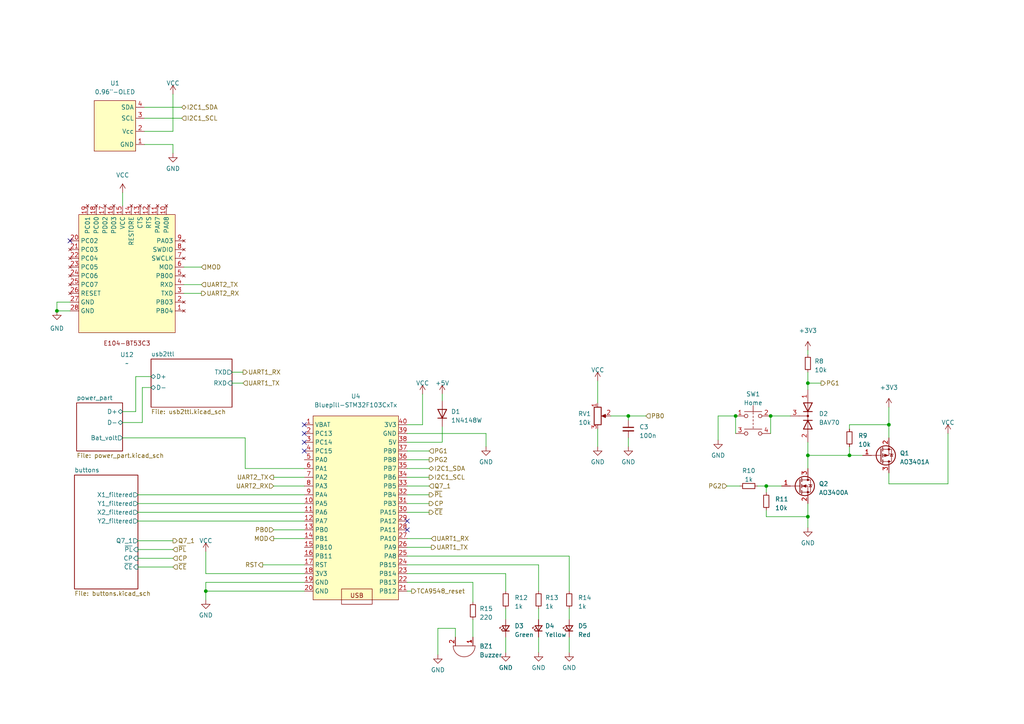
<source format=kicad_sch>
(kicad_sch
	(version 20231120)
	(generator "eeschema")
	(generator_version "8.0")
	(uuid "e63e39d7-6ac0-4ffd-8aa3-1841a4541b55")
	(paper "A4")
	(lib_symbols
		(symbol "BT_Module:E104-BT53C3"
			(exclude_from_sim no)
			(in_bom yes)
			(on_board yes)
			(property "Reference" "U"
				(at 0 17.78 0)
				(effects
					(font
						(size 1.27 1.27)
					)
				)
			)
			(property "Value" ""
				(at 0 17.78 0)
				(effects
					(font
						(size 1.27 1.27)
					)
				)
			)
			(property "Footprint" "BT_Module:E104-BT53C3"
				(at -0.254 21.59 0)
				(effects
					(font
						(size 1.27 1.27)
					)
					(hide yes)
				)
			)
			(property "Datasheet" "https://www.cdebyte.com/products/E104-BT53C3"
				(at -0.254 19.558 0)
				(effects
					(font
						(size 1.27 1.27)
					)
					(hide yes)
				)
			)
			(property "Description" ""
				(at 0 17.78 0)
				(effects
					(font
						(size 1.27 1.27)
					)
					(hide yes)
				)
			)
			(symbol "E104-BT53C3_1_1"
				(rectangle
					(start -13.97 16.51)
					(end 13.97 -17.78)
					(stroke
						(width 0)
						(type default)
					)
					(fill
						(type background)
					)
				)
				(text "E104-BT53C3"
					(at 0 19.558 0)
					(effects
						(font
							(face "KiCad Font")
							(size 1.27 1.27)
						)
					)
				)
				(pin no_connect line
					(at -16.51 10.16 0)
					(length 2.54)
					(name "PB04"
						(effects
							(font
								(size 1.27 1.27)
							)
						)
					)
					(number "1"
						(effects
							(font
								(size 1.27 1.27)
							)
						)
					)
				)
				(pin no_connect line
					(at -11.43 -20.32 90)
					(length 2.54)
					(name "PA08"
						(effects
							(font
								(size 1.27 1.27)
							)
						)
					)
					(number "10"
						(effects
							(font
								(size 1.27 1.27)
							)
						)
					)
				)
				(pin no_connect line
					(at -8.89 -20.32 90)
					(length 2.54)
					(name "PA07"
						(effects
							(font
								(size 1.27 1.27)
							)
						)
					)
					(number "11"
						(effects
							(font
								(size 1.27 1.27)
							)
						)
					)
				)
				(pin no_connect line
					(at -6.35 -20.32 90)
					(length 2.54)
					(name "RTS"
						(effects
							(font
								(size 1.27 1.27)
							)
						)
					)
					(number "12"
						(effects
							(font
								(size 1.27 1.27)
							)
						)
					)
				)
				(pin no_connect line
					(at -3.81 -20.32 90)
					(length 2.54)
					(name "CTS"
						(effects
							(font
								(size 1.27 1.27)
							)
						)
					)
					(number "13"
						(effects
							(font
								(size 1.27 1.27)
							)
						)
					)
				)
				(pin no_connect line
					(at -1.27 -20.32 90)
					(length 2.54)
					(name "RESTORE"
						(effects
							(font
								(size 1.27 1.27)
							)
						)
					)
					(number "14"
						(effects
							(font
								(size 1.27 1.27)
							)
						)
					)
				)
				(pin power_in line
					(at 1.27 -20.32 90)
					(length 2.54)
					(name "VCC"
						(effects
							(font
								(size 1.27 1.27)
							)
						)
					)
					(number "15"
						(effects
							(font
								(size 1.27 1.27)
							)
						)
					)
				)
				(pin no_connect line
					(at 3.81 -20.32 90)
					(length 2.54)
					(name "PD03"
						(effects
							(font
								(size 1.27 1.27)
							)
						)
					)
					(number "16"
						(effects
							(font
								(size 1.27 1.27)
							)
						)
					)
				)
				(pin no_connect line
					(at 6.35 -20.32 90)
					(length 2.54)
					(name "PD02"
						(effects
							(font
								(size 1.27 1.27)
							)
						)
					)
					(number "17"
						(effects
							(font
								(size 1.27 1.27)
							)
						)
					)
				)
				(pin no_connect line
					(at 8.89 -20.32 90)
					(length 2.54)
					(name "PC00"
						(effects
							(font
								(size 1.27 1.27)
							)
						)
					)
					(number "18"
						(effects
							(font
								(size 1.27 1.27)
							)
						)
					)
				)
				(pin no_connect line
					(at 11.43 -20.32 90)
					(length 2.54)
					(name "PC01"
						(effects
							(font
								(size 1.27 1.27)
							)
						)
					)
					(number "19"
						(effects
							(font
								(size 1.27 1.27)
							)
						)
					)
				)
				(pin no_connect line
					(at -16.51 7.62 0)
					(length 2.54)
					(name "PB03"
						(effects
							(font
								(size 1.27 1.27)
							)
						)
					)
					(number "2"
						(effects
							(font
								(size 1.27 1.27)
							)
						)
					)
				)
				(pin no_connect line
					(at 16.51 -10.16 180)
					(length 2.54)
					(name "PC02"
						(effects
							(font
								(size 1.27 1.27)
							)
						)
					)
					(number "20"
						(effects
							(font
								(size 1.27 1.27)
							)
						)
					)
				)
				(pin no_connect line
					(at 16.51 -7.62 180)
					(length 2.54)
					(name "PC03"
						(effects
							(font
								(size 1.27 1.27)
							)
						)
					)
					(number "21"
						(effects
							(font
								(size 1.27 1.27)
							)
						)
					)
				)
				(pin no_connect line
					(at 16.51 -5.08 180)
					(length 2.54)
					(name "PC04"
						(effects
							(font
								(size 1.27 1.27)
							)
						)
					)
					(number "22"
						(effects
							(font
								(size 1.27 1.27)
							)
						)
					)
				)
				(pin no_connect line
					(at 16.51 -2.54 180)
					(length 2.54)
					(name "PC05"
						(effects
							(font
								(size 1.27 1.27)
							)
						)
					)
					(number "23"
						(effects
							(font
								(size 1.27 1.27)
							)
						)
					)
				)
				(pin no_connect line
					(at 16.51 0 180)
					(length 2.54)
					(name "PC06"
						(effects
							(font
								(size 1.27 1.27)
							)
						)
					)
					(number "24"
						(effects
							(font
								(size 1.27 1.27)
							)
						)
					)
				)
				(pin no_connect line
					(at 16.51 2.54 180)
					(length 2.54)
					(name "PC07"
						(effects
							(font
								(size 1.27 1.27)
							)
						)
					)
					(number "25"
						(effects
							(font
								(size 1.27 1.27)
							)
						)
					)
				)
				(pin no_connect line
					(at 16.51 5.08 180)
					(length 2.54)
					(name "RESET"
						(effects
							(font
								(size 1.27 1.27)
							)
						)
					)
					(number "26"
						(effects
							(font
								(size 1.27 1.27)
							)
						)
					)
				)
				(pin power_in line
					(at 16.51 7.62 180)
					(length 2.54)
					(name "GND"
						(effects
							(font
								(size 1.27 1.27)
							)
						)
					)
					(number "27"
						(effects
							(font
								(size 1.27 1.27)
							)
						)
					)
				)
				(pin power_in line
					(at 16.51 10.16 180)
					(length 2.54)
					(name "GND"
						(effects
							(font
								(size 1.27 1.27)
							)
						)
					)
					(number "28"
						(effects
							(font
								(size 1.27 1.27)
							)
						)
					)
				)
				(pin output line
					(at -16.51 5.08 0)
					(length 2.54)
					(name "TXD"
						(effects
							(font
								(size 1.27 1.27)
							)
						)
					)
					(number "3"
						(effects
							(font
								(size 1.27 1.27)
							)
						)
					)
				)
				(pin input line
					(at -16.51 2.54 0)
					(length 2.54)
					(name "RXD"
						(effects
							(font
								(size 1.27 1.27)
							)
						)
					)
					(number "4"
						(effects
							(font
								(size 1.27 1.27)
							)
						)
					)
				)
				(pin no_connect line
					(at -16.51 0 0)
					(length 2.54)
					(name "PB00"
						(effects
							(font
								(size 1.27 1.27)
							)
						)
					)
					(number "5"
						(effects
							(font
								(size 1.27 1.27)
							)
						)
					)
				)
				(pin input line
					(at -16.51 -2.54 0)
					(length 2.54)
					(name "MOD"
						(effects
							(font
								(size 1.27 1.27)
							)
						)
					)
					(number "6"
						(effects
							(font
								(size 1.27 1.27)
							)
						)
					)
				)
				(pin no_connect line
					(at -16.51 -5.08 0)
					(length 2.54)
					(name "SWCLK"
						(effects
							(font
								(size 1.27 1.27)
							)
						)
					)
					(number "7"
						(effects
							(font
								(size 1.27 1.27)
							)
						)
					)
				)
				(pin no_connect line
					(at -16.51 -7.62 0)
					(length 2.54)
					(name "SWDIO"
						(effects
							(font
								(size 1.27 1.27)
							)
						)
					)
					(number "8"
						(effects
							(font
								(size 1.27 1.27)
							)
						)
					)
				)
				(pin no_connect line
					(at -16.51 -10.16 0)
					(length 2.54)
					(name "PA03"
						(effects
							(font
								(size 1.27 1.27)
							)
						)
					)
					(number "9"
						(effects
							(font
								(size 1.27 1.27)
							)
						)
					)
				)
			)
		)
		(symbol "Device:Buzzer"
			(pin_names
				(offset 0.0254) hide)
			(exclude_from_sim no)
			(in_bom yes)
			(on_board yes)
			(property "Reference" "BZ"
				(at 3.81 1.27 0)
				(effects
					(font
						(size 1.27 1.27)
					)
					(justify left)
				)
			)
			(property "Value" "Buzzer"
				(at 3.81 -1.27 0)
				(effects
					(font
						(size 1.27 1.27)
					)
					(justify left)
				)
			)
			(property "Footprint" ""
				(at -0.635 2.54 90)
				(effects
					(font
						(size 1.27 1.27)
					)
					(hide yes)
				)
			)
			(property "Datasheet" "~"
				(at -0.635 2.54 90)
				(effects
					(font
						(size 1.27 1.27)
					)
					(hide yes)
				)
			)
			(property "Description" "Buzzer, polarized"
				(at 0 0 0)
				(effects
					(font
						(size 1.27 1.27)
					)
					(hide yes)
				)
			)
			(property "ki_keywords" "quartz resonator ceramic"
				(at 0 0 0)
				(effects
					(font
						(size 1.27 1.27)
					)
					(hide yes)
				)
			)
			(property "ki_fp_filters" "*Buzzer*"
				(at 0 0 0)
				(effects
					(font
						(size 1.27 1.27)
					)
					(hide yes)
				)
			)
			(symbol "Buzzer_0_1"
				(arc
					(start 0 -3.175)
					(mid 3.1612 0)
					(end 0 3.175)
					(stroke
						(width 0)
						(type default)
					)
					(fill
						(type none)
					)
				)
				(polyline
					(pts
						(xy -1.651 1.905) (xy -1.143 1.905)
					)
					(stroke
						(width 0)
						(type default)
					)
					(fill
						(type none)
					)
				)
				(polyline
					(pts
						(xy -1.397 2.159) (xy -1.397 1.651)
					)
					(stroke
						(width 0)
						(type default)
					)
					(fill
						(type none)
					)
				)
				(polyline
					(pts
						(xy 0 3.175) (xy 0 -3.175)
					)
					(stroke
						(width 0)
						(type default)
					)
					(fill
						(type none)
					)
				)
			)
			(symbol "Buzzer_1_1"
				(pin passive line
					(at -2.54 2.54 0)
					(length 2.54)
					(name "-"
						(effects
							(font
								(size 1.27 1.27)
							)
						)
					)
					(number "1"
						(effects
							(font
								(size 1.27 1.27)
							)
						)
					)
				)
				(pin passive line
					(at -2.54 -2.54 0)
					(length 2.54)
					(name "+"
						(effects
							(font
								(size 1.27 1.27)
							)
						)
					)
					(number "2"
						(effects
							(font
								(size 1.27 1.27)
							)
						)
					)
				)
			)
		)
		(symbol "Device:C_Small"
			(pin_numbers hide)
			(pin_names
				(offset 0.254) hide)
			(exclude_from_sim no)
			(in_bom yes)
			(on_board yes)
			(property "Reference" "C"
				(at 0.254 1.778 0)
				(effects
					(font
						(size 1.27 1.27)
					)
					(justify left)
				)
			)
			(property "Value" "C_Small"
				(at 0.254 -2.032 0)
				(effects
					(font
						(size 1.27 1.27)
					)
					(justify left)
				)
			)
			(property "Footprint" ""
				(at 0 0 0)
				(effects
					(font
						(size 1.27 1.27)
					)
					(hide yes)
				)
			)
			(property "Datasheet" "~"
				(at 0 0 0)
				(effects
					(font
						(size 1.27 1.27)
					)
					(hide yes)
				)
			)
			(property "Description" "Unpolarized capacitor, small symbol"
				(at 0 0 0)
				(effects
					(font
						(size 1.27 1.27)
					)
					(hide yes)
				)
			)
			(property "ki_keywords" "capacitor cap"
				(at 0 0 0)
				(effects
					(font
						(size 1.27 1.27)
					)
					(hide yes)
				)
			)
			(property "ki_fp_filters" "C_*"
				(at 0 0 0)
				(effects
					(font
						(size 1.27 1.27)
					)
					(hide yes)
				)
			)
			(symbol "C_Small_0_1"
				(polyline
					(pts
						(xy -1.524 -0.508) (xy 1.524 -0.508)
					)
					(stroke
						(width 0.3302)
						(type default)
					)
					(fill
						(type none)
					)
				)
				(polyline
					(pts
						(xy -1.524 0.508) (xy 1.524 0.508)
					)
					(stroke
						(width 0.3048)
						(type default)
					)
					(fill
						(type none)
					)
				)
			)
			(symbol "C_Small_1_1"
				(pin passive line
					(at 0 2.54 270)
					(length 2.032)
					(name "~"
						(effects
							(font
								(size 1.27 1.27)
							)
						)
					)
					(number "1"
						(effects
							(font
								(size 1.27 1.27)
							)
						)
					)
				)
				(pin passive line
					(at 0 -2.54 90)
					(length 2.032)
					(name "~"
						(effects
							(font
								(size 1.27 1.27)
							)
						)
					)
					(number "2"
						(effects
							(font
								(size 1.27 1.27)
							)
						)
					)
				)
			)
		)
		(symbol "Device:LED_Small"
			(pin_numbers hide)
			(pin_names
				(offset 0.254) hide)
			(exclude_from_sim no)
			(in_bom yes)
			(on_board yes)
			(property "Reference" "D"
				(at -1.27 3.175 0)
				(effects
					(font
						(size 1.27 1.27)
					)
					(justify left)
				)
			)
			(property "Value" "LED_Small"
				(at -4.445 -2.54 0)
				(effects
					(font
						(size 1.27 1.27)
					)
					(justify left)
				)
			)
			(property "Footprint" ""
				(at 0 0 90)
				(effects
					(font
						(size 1.27 1.27)
					)
					(hide yes)
				)
			)
			(property "Datasheet" "~"
				(at 0 0 90)
				(effects
					(font
						(size 1.27 1.27)
					)
					(hide yes)
				)
			)
			(property "Description" "Light emitting diode, small symbol"
				(at 0 0 0)
				(effects
					(font
						(size 1.27 1.27)
					)
					(hide yes)
				)
			)
			(property "ki_keywords" "LED diode light-emitting-diode"
				(at 0 0 0)
				(effects
					(font
						(size 1.27 1.27)
					)
					(hide yes)
				)
			)
			(property "ki_fp_filters" "LED* LED_SMD:* LED_THT:*"
				(at 0 0 0)
				(effects
					(font
						(size 1.27 1.27)
					)
					(hide yes)
				)
			)
			(symbol "LED_Small_0_1"
				(polyline
					(pts
						(xy -0.762 -1.016) (xy -0.762 1.016)
					)
					(stroke
						(width 0.254)
						(type default)
					)
					(fill
						(type none)
					)
				)
				(polyline
					(pts
						(xy 1.016 0) (xy -0.762 0)
					)
					(stroke
						(width 0)
						(type default)
					)
					(fill
						(type none)
					)
				)
				(polyline
					(pts
						(xy 0.762 -1.016) (xy -0.762 0) (xy 0.762 1.016) (xy 0.762 -1.016)
					)
					(stroke
						(width 0.254)
						(type default)
					)
					(fill
						(type none)
					)
				)
				(polyline
					(pts
						(xy 0 0.762) (xy -0.508 1.27) (xy -0.254 1.27) (xy -0.508 1.27) (xy -0.508 1.016)
					)
					(stroke
						(width 0)
						(type default)
					)
					(fill
						(type none)
					)
				)
				(polyline
					(pts
						(xy 0.508 1.27) (xy 0 1.778) (xy 0.254 1.778) (xy 0 1.778) (xy 0 1.524)
					)
					(stroke
						(width 0)
						(type default)
					)
					(fill
						(type none)
					)
				)
			)
			(symbol "LED_Small_1_1"
				(pin passive line
					(at -2.54 0 0)
					(length 1.778)
					(name "K"
						(effects
							(font
								(size 1.27 1.27)
							)
						)
					)
					(number "1"
						(effects
							(font
								(size 1.27 1.27)
							)
						)
					)
				)
				(pin passive line
					(at 2.54 0 180)
					(length 1.778)
					(name "A"
						(effects
							(font
								(size 1.27 1.27)
							)
						)
					)
					(number "2"
						(effects
							(font
								(size 1.27 1.27)
							)
						)
					)
				)
			)
		)
		(symbol "Device:R_Potentiometer"
			(pin_names
				(offset 1.016) hide)
			(exclude_from_sim no)
			(in_bom yes)
			(on_board yes)
			(property "Reference" "RV"
				(at -4.445 0 90)
				(effects
					(font
						(size 1.27 1.27)
					)
				)
			)
			(property "Value" "R_Potentiometer"
				(at -2.54 0 90)
				(effects
					(font
						(size 1.27 1.27)
					)
				)
			)
			(property "Footprint" ""
				(at 0 0 0)
				(effects
					(font
						(size 1.27 1.27)
					)
					(hide yes)
				)
			)
			(property "Datasheet" "~"
				(at 0 0 0)
				(effects
					(font
						(size 1.27 1.27)
					)
					(hide yes)
				)
			)
			(property "Description" "Potentiometer"
				(at 0 0 0)
				(effects
					(font
						(size 1.27 1.27)
					)
					(hide yes)
				)
			)
			(property "ki_keywords" "resistor variable"
				(at 0 0 0)
				(effects
					(font
						(size 1.27 1.27)
					)
					(hide yes)
				)
			)
			(property "ki_fp_filters" "Potentiometer*"
				(at 0 0 0)
				(effects
					(font
						(size 1.27 1.27)
					)
					(hide yes)
				)
			)
			(symbol "R_Potentiometer_0_1"
				(polyline
					(pts
						(xy 2.54 0) (xy 1.524 0)
					)
					(stroke
						(width 0)
						(type default)
					)
					(fill
						(type none)
					)
				)
				(polyline
					(pts
						(xy 1.143 0) (xy 2.286 0.508) (xy 2.286 -0.508) (xy 1.143 0)
					)
					(stroke
						(width 0)
						(type default)
					)
					(fill
						(type outline)
					)
				)
				(rectangle
					(start 1.016 2.54)
					(end -1.016 -2.54)
					(stroke
						(width 0.254)
						(type default)
					)
					(fill
						(type none)
					)
				)
			)
			(symbol "R_Potentiometer_1_1"
				(pin passive line
					(at 0 3.81 270)
					(length 1.27)
					(name "1"
						(effects
							(font
								(size 1.27 1.27)
							)
						)
					)
					(number "1"
						(effects
							(font
								(size 1.27 1.27)
							)
						)
					)
				)
				(pin passive line
					(at 3.81 0 180)
					(length 1.27)
					(name "2"
						(effects
							(font
								(size 1.27 1.27)
							)
						)
					)
					(number "2"
						(effects
							(font
								(size 1.27 1.27)
							)
						)
					)
				)
				(pin passive line
					(at 0 -3.81 90)
					(length 1.27)
					(name "3"
						(effects
							(font
								(size 1.27 1.27)
							)
						)
					)
					(number "3"
						(effects
							(font
								(size 1.27 1.27)
							)
						)
					)
				)
			)
		)
		(symbol "Device:R_Small"
			(pin_numbers hide)
			(pin_names
				(offset 0.254) hide)
			(exclude_from_sim no)
			(in_bom yes)
			(on_board yes)
			(property "Reference" "R"
				(at 0.762 0.508 0)
				(effects
					(font
						(size 1.27 1.27)
					)
					(justify left)
				)
			)
			(property "Value" "R_Small"
				(at 0.762 -1.016 0)
				(effects
					(font
						(size 1.27 1.27)
					)
					(justify left)
				)
			)
			(property "Footprint" ""
				(at 0 0 0)
				(effects
					(font
						(size 1.27 1.27)
					)
					(hide yes)
				)
			)
			(property "Datasheet" "~"
				(at 0 0 0)
				(effects
					(font
						(size 1.27 1.27)
					)
					(hide yes)
				)
			)
			(property "Description" "Resistor, small symbol"
				(at 0 0 0)
				(effects
					(font
						(size 1.27 1.27)
					)
					(hide yes)
				)
			)
			(property "ki_keywords" "R resistor"
				(at 0 0 0)
				(effects
					(font
						(size 1.27 1.27)
					)
					(hide yes)
				)
			)
			(property "ki_fp_filters" "R_*"
				(at 0 0 0)
				(effects
					(font
						(size 1.27 1.27)
					)
					(hide yes)
				)
			)
			(symbol "R_Small_0_1"
				(rectangle
					(start -0.762 1.778)
					(end 0.762 -1.778)
					(stroke
						(width 0.2032)
						(type default)
					)
					(fill
						(type none)
					)
				)
			)
			(symbol "R_Small_1_1"
				(pin passive line
					(at 0 2.54 270)
					(length 0.762)
					(name "~"
						(effects
							(font
								(size 1.27 1.27)
							)
						)
					)
					(number "1"
						(effects
							(font
								(size 1.27 1.27)
							)
						)
					)
				)
				(pin passive line
					(at 0 -2.54 90)
					(length 0.762)
					(name "~"
						(effects
							(font
								(size 1.27 1.27)
							)
						)
					)
					(number "2"
						(effects
							(font
								(size 1.27 1.27)
							)
						)
					)
				)
			)
		)
		(symbol "Diode:1N4148W"
			(pin_numbers hide)
			(pin_names hide)
			(exclude_from_sim no)
			(in_bom yes)
			(on_board yes)
			(property "Reference" "D"
				(at 0 2.54 0)
				(effects
					(font
						(size 1.27 1.27)
					)
				)
			)
			(property "Value" "1N4148W"
				(at 0 -2.54 0)
				(effects
					(font
						(size 1.27 1.27)
					)
				)
			)
			(property "Footprint" "Diode_SMD:D_SOD-123"
				(at 0 -4.445 0)
				(effects
					(font
						(size 1.27 1.27)
					)
					(hide yes)
				)
			)
			(property "Datasheet" "https://www.vishay.com/docs/85748/1n4148w.pdf"
				(at 0 0 0)
				(effects
					(font
						(size 1.27 1.27)
					)
					(hide yes)
				)
			)
			(property "Description" "75V 0.15A Fast Switching Diode, SOD-123"
				(at 0 0 0)
				(effects
					(font
						(size 1.27 1.27)
					)
					(hide yes)
				)
			)
			(property "Sim.Device" "D"
				(at 0 0 0)
				(effects
					(font
						(size 1.27 1.27)
					)
					(hide yes)
				)
			)
			(property "Sim.Pins" "1=K 2=A"
				(at 0 0 0)
				(effects
					(font
						(size 1.27 1.27)
					)
					(hide yes)
				)
			)
			(property "ki_keywords" "diode"
				(at 0 0 0)
				(effects
					(font
						(size 1.27 1.27)
					)
					(hide yes)
				)
			)
			(property "ki_fp_filters" "D*SOD?123*"
				(at 0 0 0)
				(effects
					(font
						(size 1.27 1.27)
					)
					(hide yes)
				)
			)
			(symbol "1N4148W_0_1"
				(polyline
					(pts
						(xy -1.27 1.27) (xy -1.27 -1.27)
					)
					(stroke
						(width 0.254)
						(type default)
					)
					(fill
						(type none)
					)
				)
				(polyline
					(pts
						(xy 1.27 0) (xy -1.27 0)
					)
					(stroke
						(width 0)
						(type default)
					)
					(fill
						(type none)
					)
				)
				(polyline
					(pts
						(xy 1.27 1.27) (xy 1.27 -1.27) (xy -1.27 0) (xy 1.27 1.27)
					)
					(stroke
						(width 0.254)
						(type default)
					)
					(fill
						(type none)
					)
				)
			)
			(symbol "1N4148W_1_1"
				(pin passive line
					(at -3.81 0 0)
					(length 2.54)
					(name "K"
						(effects
							(font
								(size 1.27 1.27)
							)
						)
					)
					(number "1"
						(effects
							(font
								(size 1.27 1.27)
							)
						)
					)
				)
				(pin passive line
					(at 3.81 0 180)
					(length 2.54)
					(name "A"
						(effects
							(font
								(size 1.27 1.27)
							)
						)
					)
					(number "2"
						(effects
							(font
								(size 1.27 1.27)
							)
						)
					)
				)
			)
		)
		(symbol "Diode:BAV70"
			(pin_names hide)
			(exclude_from_sim no)
			(in_bom yes)
			(on_board yes)
			(property "Reference" "D"
				(at 0.635 -2.54 0)
				(effects
					(font
						(size 1.27 1.27)
					)
					(justify left)
				)
			)
			(property "Value" "BAV70"
				(at 0 2.54 0)
				(effects
					(font
						(size 1.27 1.27)
					)
				)
			)
			(property "Footprint" "Package_TO_SOT_SMD:SOT-23"
				(at 0 0 0)
				(effects
					(font
						(size 1.27 1.27)
					)
					(hide yes)
				)
			)
			(property "Datasheet" "https://assets.nexperia.com/documents/data-sheet/BAV70_SER.pdf"
				(at 0 0 0)
				(effects
					(font
						(size 1.27 1.27)
					)
					(hide yes)
				)
			)
			(property "Description" "Dual 100V 215mA high-speed switching diodes, common cathode, SOT-23"
				(at 0 0 0)
				(effects
					(font
						(size 1.27 1.27)
					)
					(hide yes)
				)
			)
			(property "ki_keywords" "diode"
				(at 0 0 0)
				(effects
					(font
						(size 1.27 1.27)
					)
					(hide yes)
				)
			)
			(property "ki_fp_filters" "SOT?23*"
				(at 0 0 0)
				(effects
					(font
						(size 1.27 1.27)
					)
					(hide yes)
				)
			)
			(symbol "BAV70_0_1"
				(polyline
					(pts
						(xy -3.81 0) (xy 3.81 0)
					)
					(stroke
						(width 0)
						(type default)
					)
					(fill
						(type none)
					)
				)
				(polyline
					(pts
						(xy 0 0) (xy 0 -2.54)
					)
					(stroke
						(width 0)
						(type default)
					)
					(fill
						(type none)
					)
				)
				(polyline
					(pts
						(xy -1.27 -1.27) (xy -1.27 1.27) (xy -1.27 1.27)
					)
					(stroke
						(width 0.254)
						(type default)
					)
					(fill
						(type none)
					)
				)
				(polyline
					(pts
						(xy 1.27 -1.27) (xy 1.27 1.27) (xy 1.27 1.27)
					)
					(stroke
						(width 0.254)
						(type default)
					)
					(fill
						(type none)
					)
				)
				(polyline
					(pts
						(xy -3.81 1.27) (xy -1.27 0) (xy -3.81 -1.27) (xy -3.81 1.27) (xy -3.81 1.27) (xy -3.81 1.27)
					)
					(stroke
						(width 0.254)
						(type default)
					)
					(fill
						(type none)
					)
				)
				(polyline
					(pts
						(xy 3.81 -1.27) (xy 1.27 0) (xy 3.81 1.27) (xy 3.81 -1.27) (xy 3.81 -1.27) (xy 3.81 -1.27)
					)
					(stroke
						(width 0.254)
						(type default)
					)
					(fill
						(type none)
					)
				)
				(circle
					(center 0 0)
					(radius 0.254)
					(stroke
						(width 0)
						(type default)
					)
					(fill
						(type outline)
					)
				)
				(pin passive line
					(at -7.62 0 0)
					(length 3.81)
					(name "A"
						(effects
							(font
								(size 1.27 1.27)
							)
						)
					)
					(number "1"
						(effects
							(font
								(size 1.27 1.27)
							)
						)
					)
				)
				(pin passive line
					(at 7.62 0 180)
					(length 3.81)
					(name "A"
						(effects
							(font
								(size 1.27 1.27)
							)
						)
					)
					(number "2"
						(effects
							(font
								(size 1.27 1.27)
							)
						)
					)
				)
				(pin passive line
					(at 0 -5.08 90)
					(length 2.54)
					(name "K"
						(effects
							(font
								(size 1.27 1.27)
							)
						)
					)
					(number "3"
						(effects
							(font
								(size 1.27 1.27)
							)
						)
					)
				)
			)
		)
		(symbol "GND_2"
			(power)
			(pin_names
				(offset 0)
			)
			(exclude_from_sim no)
			(in_bom yes)
			(on_board yes)
			(property "Reference" "#PWR"
				(at 0 -6.35 0)
				(effects
					(font
						(size 1.27 1.27)
					)
					(hide yes)
				)
			)
			(property "Value" "GND"
				(at 0 -3.81 0)
				(effects
					(font
						(size 1.27 1.27)
					)
				)
			)
			(property "Footprint" ""
				(at 0 0 0)
				(effects
					(font
						(size 1.27 1.27)
					)
					(hide yes)
				)
			)
			(property "Datasheet" ""
				(at 0 0 0)
				(effects
					(font
						(size 1.27 1.27)
					)
					(hide yes)
				)
			)
			(property "Description" "Power symbol creates a global label with name \"GND\" , ground"
				(at 0 0 0)
				(effects
					(font
						(size 1.27 1.27)
					)
					(hide yes)
				)
			)
			(property "ki_keywords" "global power"
				(at 0 0 0)
				(effects
					(font
						(size 1.27 1.27)
					)
					(hide yes)
				)
			)
			(symbol "GND_2_0_1"
				(polyline
					(pts
						(xy 0 0) (xy 0 -1.27) (xy 1.27 -1.27) (xy 0 -2.54) (xy -1.27 -1.27) (xy 0 -1.27)
					)
					(stroke
						(width 0)
						(type default)
					)
					(fill
						(type none)
					)
				)
			)
			(symbol "GND_2_1_1"
				(pin power_in line
					(at 0 0 270)
					(length 0) hide
					(name "GND"
						(effects
							(font
								(size 1.27 1.27)
							)
						)
					)
					(number "1"
						(effects
							(font
								(size 1.27 1.27)
							)
						)
					)
				)
			)
		)
		(symbol "IVE:0.96{dblquote}-OLED"
			(exclude_from_sim no)
			(in_bom yes)
			(on_board yes)
			(property "Reference" "U"
				(at 1.905 3.175 0)
				(effects
					(font
						(size 1.27 1.27)
					)
				)
			)
			(property "Value" "0.96{dblquote}-OLED"
				(at 5.08 1.27 0)
				(effects
					(font
						(size 1.27 1.27)
					)
				)
			)
			(property "Footprint" ""
				(at 5.08 3.81 0)
				(effects
					(font
						(size 1.27 1.27)
					)
					(hide yes)
				)
			)
			(property "Datasheet" ""
				(at 5.08 3.81 0)
				(effects
					(font
						(size 1.27 1.27)
					)
					(hide yes)
				)
			)
			(property "Description" ""
				(at 0 0 0)
				(effects
					(font
						(size 1.27 1.27)
					)
					(hide yes)
				)
			)
			(symbol "0.96{dblquote}-OLED_0_1"
				(rectangle
					(start 0 0)
					(end 14.605 -12.065)
					(stroke
						(width 0)
						(type default)
					)
					(fill
						(type background)
					)
				)
			)
			(symbol "0.96{dblquote}-OLED_1_1"
				(pin power_out line
					(at 1.905 -14.605 90)
					(length 2.54)
					(name "GND"
						(effects
							(font
								(size 1.27 1.27)
							)
						)
					)
					(number "1"
						(effects
							(font
								(size 1.27 1.27)
							)
						)
					)
				)
				(pin power_in line
					(at 5.715 -14.605 90)
					(length 2.54)
					(name "Vcc"
						(effects
							(font
								(size 1.27 1.27)
							)
						)
					)
					(number "2"
						(effects
							(font
								(size 1.27 1.27)
							)
						)
					)
				)
				(pin bidirectional line
					(at 9.525 -14.605 90)
					(length 2.54)
					(name "SCL"
						(effects
							(font
								(size 1.27 1.27)
							)
						)
					)
					(number "3"
						(effects
							(font
								(size 1.27 1.27)
							)
						)
					)
				)
				(pin bidirectional line
					(at 12.7 -14.605 90)
					(length 2.54)
					(name "SDA"
						(effects
							(font
								(size 1.27 1.27)
							)
						)
					)
					(number "4"
						(effects
							(font
								(size 1.27 1.27)
							)
						)
					)
				)
			)
		)
		(symbol "IVE:Bluepill-STM32F103CxTx"
			(exclude_from_sim no)
			(in_bom yes)
			(on_board yes)
			(property "Reference" "U"
				(at 9.525 3.81 0)
				(effects
					(font
						(size 1.27 1.27)
					)
				)
			)
			(property "Value" "Bluepill-STM32F103CxTx"
				(at 9.525 1.27 0)
				(effects
					(font
						(size 1.27 1.27)
					)
				)
			)
			(property "Footprint" "IVE:Bluepill-STM32F103CxTx"
				(at 9.525 3.81 0)
				(effects
					(font
						(size 1.27 1.27)
					)
					(hide yes)
				)
			)
			(property "Datasheet" ""
				(at 9.525 3.81 0)
				(effects
					(font
						(size 1.27 1.27)
					)
					(hide yes)
				)
			)
			(property "Description" ""
				(at 0 0 0)
				(effects
					(font
						(size 1.27 1.27)
					)
					(hide yes)
				)
			)
			(symbol "Bluepill-STM32F103CxTx_0_0"
				(text "USB"
					(at 12.7 -52.07 0)
					(effects
						(font
							(size 1.27 1.27)
						)
					)
				)
			)
			(symbol "Bluepill-STM32F103CxTx_0_1"
				(rectangle
					(start 0 0)
					(end 24.765 -53.34)
					(stroke
						(width 0)
						(type default)
					)
					(fill
						(type background)
					)
				)
				(rectangle
					(start 8.255 -50.165)
					(end 17.145 -54.61)
					(stroke
						(width 0)
						(type default)
					)
					(fill
						(type none)
					)
				)
			)
			(symbol "Bluepill-STM32F103CxTx_1_1"
				(pin power_in line
					(at -2.54 -2.54 0)
					(length 2.54)
					(name "VBAT"
						(effects
							(font
								(size 1.27 1.27)
							)
						)
					)
					(number "1"
						(effects
							(font
								(size 1.27 1.27)
							)
						)
					)
				)
				(pin bidirectional line
					(at -2.54 -25.4 0)
					(length 2.54)
					(name "PA5"
						(effects
							(font
								(size 1.27 1.27)
							)
						)
					)
					(number "10"
						(effects
							(font
								(size 1.27 1.27)
							)
						)
					)
				)
				(pin bidirectional line
					(at -2.54 -27.94 0)
					(length 2.54)
					(name "PA6"
						(effects
							(font
								(size 1.27 1.27)
							)
						)
					)
					(number "11"
						(effects
							(font
								(size 1.27 1.27)
							)
						)
					)
				)
				(pin bidirectional line
					(at -2.54 -30.48 0)
					(length 2.54)
					(name "PA7"
						(effects
							(font
								(size 1.27 1.27)
							)
						)
					)
					(number "12"
						(effects
							(font
								(size 1.27 1.27)
							)
						)
					)
				)
				(pin bidirectional line
					(at -2.54 -33.02 0)
					(length 2.54)
					(name "PB0"
						(effects
							(font
								(size 1.27 1.27)
							)
						)
					)
					(number "13"
						(effects
							(font
								(size 1.27 1.27)
							)
						)
					)
				)
				(pin bidirectional line
					(at -2.54 -35.56 0)
					(length 2.54)
					(name "PB1"
						(effects
							(font
								(size 1.27 1.27)
							)
						)
					)
					(number "14"
						(effects
							(font
								(size 1.27 1.27)
							)
						)
					)
				)
				(pin bidirectional line
					(at -2.54 -38.1 0)
					(length 2.54)
					(name "PB10"
						(effects
							(font
								(size 1.27 1.27)
							)
						)
					)
					(number "15"
						(effects
							(font
								(size 1.27 1.27)
							)
						)
					)
				)
				(pin bidirectional line
					(at -2.54 -40.64 0)
					(length 2.54)
					(name "PB11"
						(effects
							(font
								(size 1.27 1.27)
							)
						)
					)
					(number "16"
						(effects
							(font
								(size 1.27 1.27)
							)
						)
					)
				)
				(pin bidirectional line
					(at -2.54 -43.18 0)
					(length 2.54)
					(name "RST"
						(effects
							(font
								(size 1.27 1.27)
							)
						)
					)
					(number "17"
						(effects
							(font
								(size 1.27 1.27)
							)
						)
					)
				)
				(pin power_in line
					(at -2.54 -45.72 0)
					(length 2.54)
					(name "3V3"
						(effects
							(font
								(size 1.27 1.27)
							)
						)
					)
					(number "18"
						(effects
							(font
								(size 1.27 1.27)
							)
						)
					)
				)
				(pin power_out line
					(at -2.54 -48.26 0)
					(length 2.54)
					(name "GND"
						(effects
							(font
								(size 1.27 1.27)
							)
						)
					)
					(number "19"
						(effects
							(font
								(size 1.27 1.27)
							)
						)
					)
				)
				(pin bidirectional line
					(at -2.54 -5.08 0)
					(length 2.54)
					(name "PC13"
						(effects
							(font
								(size 1.27 1.27)
							)
						)
					)
					(number "2"
						(effects
							(font
								(size 1.27 1.27)
							)
						)
					)
				)
				(pin power_out line
					(at -2.54 -50.8 0)
					(length 2.54)
					(name "GND"
						(effects
							(font
								(size 1.27 1.27)
							)
						)
					)
					(number "20"
						(effects
							(font
								(size 1.27 1.27)
							)
						)
					)
				)
				(pin bidirectional line
					(at 27.305 -50.8 180)
					(length 2.54)
					(name "PB12"
						(effects
							(font
								(size 1.27 1.27)
							)
						)
					)
					(number "21"
						(effects
							(font
								(size 1.27 1.27)
							)
						)
					)
				)
				(pin bidirectional line
					(at 27.305 -48.26 180)
					(length 2.54)
					(name "PB13"
						(effects
							(font
								(size 1.27 1.27)
							)
						)
					)
					(number "22"
						(effects
							(font
								(size 1.27 1.27)
							)
						)
					)
				)
				(pin bidirectional line
					(at 27.305 -45.72 180)
					(length 2.54)
					(name "PB14"
						(effects
							(font
								(size 1.27 1.27)
							)
						)
					)
					(number "23"
						(effects
							(font
								(size 1.27 1.27)
							)
						)
					)
				)
				(pin bidirectional line
					(at 27.305 -43.18 180)
					(length 2.54)
					(name "PB15"
						(effects
							(font
								(size 1.27 1.27)
							)
						)
					)
					(number "24"
						(effects
							(font
								(size 1.27 1.27)
							)
						)
					)
				)
				(pin bidirectional line
					(at 27.305 -40.64 180)
					(length 2.54)
					(name "PA8"
						(effects
							(font
								(size 1.27 1.27)
							)
						)
					)
					(number "25"
						(effects
							(font
								(size 1.27 1.27)
							)
						)
					)
				)
				(pin bidirectional line
					(at 27.305 -38.1 180)
					(length 2.54)
					(name "PA9"
						(effects
							(font
								(size 1.27 1.27)
							)
						)
					)
					(number "26"
						(effects
							(font
								(size 1.27 1.27)
							)
						)
					)
				)
				(pin bidirectional line
					(at 27.305 -35.56 180)
					(length 2.54)
					(name "PA10"
						(effects
							(font
								(size 1.27 1.27)
							)
						)
					)
					(number "27"
						(effects
							(font
								(size 1.27 1.27)
							)
						)
					)
				)
				(pin bidirectional line
					(at 27.305 -33.02 180)
					(length 2.54)
					(name "PA11"
						(effects
							(font
								(size 1.27 1.27)
							)
						)
					)
					(number "28"
						(effects
							(font
								(size 1.27 1.27)
							)
						)
					)
				)
				(pin bidirectional line
					(at 27.305 -30.48 180)
					(length 2.54)
					(name "PA12"
						(effects
							(font
								(size 1.27 1.27)
							)
						)
					)
					(number "29"
						(effects
							(font
								(size 1.27 1.27)
							)
						)
					)
				)
				(pin bidirectional line
					(at -2.54 -7.62 0)
					(length 2.54)
					(name "PC14"
						(effects
							(font
								(size 1.27 1.27)
							)
						)
					)
					(number "3"
						(effects
							(font
								(size 1.27 1.27)
							)
						)
					)
				)
				(pin bidirectional line
					(at 27.305 -27.94 180)
					(length 2.54)
					(name "PA15"
						(effects
							(font
								(size 1.27 1.27)
							)
						)
					)
					(number "30"
						(effects
							(font
								(size 1.27 1.27)
							)
						)
					)
				)
				(pin bidirectional line
					(at 27.305 -25.4 180)
					(length 2.54)
					(name "PB3"
						(effects
							(font
								(size 1.27 1.27)
							)
						)
					)
					(number "31"
						(effects
							(font
								(size 1.27 1.27)
							)
						)
					)
				)
				(pin bidirectional line
					(at 27.305 -22.86 180)
					(length 2.54)
					(name "PB4"
						(effects
							(font
								(size 1.27 1.27)
							)
						)
					)
					(number "32"
						(effects
							(font
								(size 1.27 1.27)
							)
						)
					)
				)
				(pin bidirectional line
					(at 27.305 -20.32 180)
					(length 2.54)
					(name "PB5"
						(effects
							(font
								(size 1.27 1.27)
							)
						)
					)
					(number "33"
						(effects
							(font
								(size 1.27 1.27)
							)
						)
					)
				)
				(pin bidirectional line
					(at 27.305 -17.78 180)
					(length 2.54)
					(name "PB6"
						(effects
							(font
								(size 1.27 1.27)
							)
						)
					)
					(number "34"
						(effects
							(font
								(size 1.27 1.27)
							)
						)
					)
				)
				(pin bidirectional line
					(at 27.305 -15.24 180)
					(length 2.54)
					(name "PB7"
						(effects
							(font
								(size 1.27 1.27)
							)
						)
					)
					(number "35"
						(effects
							(font
								(size 1.27 1.27)
							)
						)
					)
				)
				(pin bidirectional line
					(at 27.305 -12.7 180)
					(length 2.54)
					(name "PB8"
						(effects
							(font
								(size 1.27 1.27)
							)
						)
					)
					(number "36"
						(effects
							(font
								(size 1.27 1.27)
							)
						)
					)
				)
				(pin bidirectional line
					(at 27.305 -10.16 180)
					(length 2.54)
					(name "PB9"
						(effects
							(font
								(size 1.27 1.27)
							)
						)
					)
					(number "37"
						(effects
							(font
								(size 1.27 1.27)
							)
						)
					)
				)
				(pin power_in line
					(at 27.305 -7.62 180)
					(length 2.54)
					(name "5V"
						(effects
							(font
								(size 1.27 1.27)
							)
						)
					)
					(number "38"
						(effects
							(font
								(size 1.27 1.27)
							)
						)
					)
				)
				(pin power_out line
					(at 27.305 -5.08 180)
					(length 2.54)
					(name "GND"
						(effects
							(font
								(size 1.27 1.27)
							)
						)
					)
					(number "39"
						(effects
							(font
								(size 1.27 1.27)
							)
						)
					)
				)
				(pin bidirectional line
					(at -2.54 -10.16 0)
					(length 2.54)
					(name "PC15"
						(effects
							(font
								(size 1.27 1.27)
							)
						)
					)
					(number "4"
						(effects
							(font
								(size 1.27 1.27)
							)
						)
					)
				)
				(pin power_in line
					(at 27.305 -2.54 180)
					(length 2.54)
					(name "3V3"
						(effects
							(font
								(size 1.27 1.27)
							)
						)
					)
					(number "40"
						(effects
							(font
								(size 1.27 1.27)
							)
						)
					)
				)
				(pin bidirectional line
					(at -2.54 -12.7 0)
					(length 2.54)
					(name "PA0"
						(effects
							(font
								(size 1.27 1.27)
							)
						)
					)
					(number "5"
						(effects
							(font
								(size 1.27 1.27)
							)
						)
					)
				)
				(pin bidirectional line
					(at -2.54 -15.24 0)
					(length 2.54)
					(name "PA1"
						(effects
							(font
								(size 1.27 1.27)
							)
						)
					)
					(number "6"
						(effects
							(font
								(size 1.27 1.27)
							)
						)
					)
				)
				(pin bidirectional line
					(at -2.54 -17.78 0)
					(length 2.54)
					(name "PA2"
						(effects
							(font
								(size 1.27 1.27)
							)
						)
					)
					(number "7"
						(effects
							(font
								(size 1.27 1.27)
							)
						)
					)
				)
				(pin bidirectional line
					(at -2.54 -20.32 0)
					(length 2.54)
					(name "PA3"
						(effects
							(font
								(size 1.27 1.27)
							)
						)
					)
					(number "8"
						(effects
							(font
								(size 1.27 1.27)
							)
						)
					)
				)
				(pin bidirectional line
					(at -2.54 -22.86 0)
					(length 2.54)
					(name "PA4"
						(effects
							(font
								(size 1.27 1.27)
							)
						)
					)
					(number "9"
						(effects
							(font
								(size 1.27 1.27)
							)
						)
					)
				)
			)
		)
		(symbol "Switch:SW_Push_Dual"
			(pin_names
				(offset 1.016) hide)
			(exclude_from_sim no)
			(in_bom yes)
			(on_board yes)
			(property "Reference" "SW"
				(at 1.27 2.54 0)
				(effects
					(font
						(size 1.27 1.27)
					)
					(justify left)
				)
			)
			(property "Value" "SW_Push_Dual"
				(at 0 -6.858 0)
				(effects
					(font
						(size 1.27 1.27)
					)
				)
			)
			(property "Footprint" ""
				(at 0 5.08 0)
				(effects
					(font
						(size 1.27 1.27)
					)
					(hide yes)
				)
			)
			(property "Datasheet" "~"
				(at 0 5.08 0)
				(effects
					(font
						(size 1.27 1.27)
					)
					(hide yes)
				)
			)
			(property "Description" "Push button switch, generic, symbol, four pins"
				(at 0 0 0)
				(effects
					(font
						(size 1.27 1.27)
					)
					(hide yes)
				)
			)
			(property "ki_keywords" "switch normally-open pushbutton push-button"
				(at 0 0 0)
				(effects
					(font
						(size 1.27 1.27)
					)
					(hide yes)
				)
			)
			(symbol "SW_Push_Dual_0_1"
				(circle
					(center -2.032 -5.08)
					(radius 0.508)
					(stroke
						(width 0)
						(type default)
					)
					(fill
						(type none)
					)
				)
				(circle
					(center -2.032 0)
					(radius 0.508)
					(stroke
						(width 0)
						(type default)
					)
					(fill
						(type none)
					)
				)
				(polyline
					(pts
						(xy 0 -3.048) (xy 0 -3.556)
					)
					(stroke
						(width 0)
						(type default)
					)
					(fill
						(type none)
					)
				)
				(polyline
					(pts
						(xy 0 -2.032) (xy 0 -2.54)
					)
					(stroke
						(width 0)
						(type default)
					)
					(fill
						(type none)
					)
				)
				(polyline
					(pts
						(xy 0 -1.524) (xy 0 -1.016)
					)
					(stroke
						(width 0)
						(type default)
					)
					(fill
						(type none)
					)
				)
				(polyline
					(pts
						(xy 0 -0.508) (xy 0 0)
					)
					(stroke
						(width 0)
						(type default)
					)
					(fill
						(type none)
					)
				)
				(polyline
					(pts
						(xy 0 0.508) (xy 0 1.016)
					)
					(stroke
						(width 0)
						(type default)
					)
					(fill
						(type none)
					)
				)
				(polyline
					(pts
						(xy 0 1.27) (xy 0 3.048)
					)
					(stroke
						(width 0)
						(type default)
					)
					(fill
						(type none)
					)
				)
				(polyline
					(pts
						(xy 2.54 -3.81) (xy -2.54 -3.81)
					)
					(stroke
						(width 0)
						(type default)
					)
					(fill
						(type none)
					)
				)
				(polyline
					(pts
						(xy 2.54 1.27) (xy -2.54 1.27)
					)
					(stroke
						(width 0)
						(type default)
					)
					(fill
						(type none)
					)
				)
				(circle
					(center 2.032 -5.08)
					(radius 0.508)
					(stroke
						(width 0)
						(type default)
					)
					(fill
						(type none)
					)
				)
				(circle
					(center 2.032 0)
					(radius 0.508)
					(stroke
						(width 0)
						(type default)
					)
					(fill
						(type none)
					)
				)
				(pin passive line
					(at -5.08 0 0)
					(length 2.54)
					(name "1"
						(effects
							(font
								(size 1.27 1.27)
							)
						)
					)
					(number "1"
						(effects
							(font
								(size 1.27 1.27)
							)
						)
					)
				)
				(pin passive line
					(at 5.08 0 180)
					(length 2.54)
					(name "2"
						(effects
							(font
								(size 1.27 1.27)
							)
						)
					)
					(number "2"
						(effects
							(font
								(size 1.27 1.27)
							)
						)
					)
				)
				(pin passive line
					(at -5.08 -5.08 0)
					(length 2.54)
					(name "3"
						(effects
							(font
								(size 1.27 1.27)
							)
						)
					)
					(number "3"
						(effects
							(font
								(size 1.27 1.27)
							)
						)
					)
				)
				(pin passive line
					(at 5.08 -5.08 180)
					(length 2.54)
					(name "4"
						(effects
							(font
								(size 1.27 1.27)
							)
						)
					)
					(number "4"
						(effects
							(font
								(size 1.27 1.27)
							)
						)
					)
				)
			)
		)
		(symbol "Transistor_FET:AO3400A"
			(pin_names hide)
			(exclude_from_sim no)
			(in_bom yes)
			(on_board yes)
			(property "Reference" "Q"
				(at 5.08 1.905 0)
				(effects
					(font
						(size 1.27 1.27)
					)
					(justify left)
				)
			)
			(property "Value" "AO3400A"
				(at 5.08 0 0)
				(effects
					(font
						(size 1.27 1.27)
					)
					(justify left)
				)
			)
			(property "Footprint" "Package_TO_SOT_SMD:SOT-23"
				(at 5.08 -1.905 0)
				(effects
					(font
						(size 1.27 1.27)
						(italic yes)
					)
					(justify left)
					(hide yes)
				)
			)
			(property "Datasheet" "http://www.aosmd.com/pdfs/datasheet/AO3400A.pdf"
				(at 0 0 0)
				(effects
					(font
						(size 1.27 1.27)
					)
					(justify left)
					(hide yes)
				)
			)
			(property "Description" "30V Vds, 5.7A Id, N-Channel MOSFET, SOT-23"
				(at 0 0 0)
				(effects
					(font
						(size 1.27 1.27)
					)
					(hide yes)
				)
			)
			(property "ki_keywords" "N-Channel MOSFET"
				(at 0 0 0)
				(effects
					(font
						(size 1.27 1.27)
					)
					(hide yes)
				)
			)
			(property "ki_fp_filters" "SOT?23*"
				(at 0 0 0)
				(effects
					(font
						(size 1.27 1.27)
					)
					(hide yes)
				)
			)
			(symbol "AO3400A_0_1"
				(polyline
					(pts
						(xy 0.254 0) (xy -2.54 0)
					)
					(stroke
						(width 0)
						(type default)
					)
					(fill
						(type none)
					)
				)
				(polyline
					(pts
						(xy 0.254 1.905) (xy 0.254 -1.905)
					)
					(stroke
						(width 0.254)
						(type default)
					)
					(fill
						(type none)
					)
				)
				(polyline
					(pts
						(xy 0.762 -1.27) (xy 0.762 -2.286)
					)
					(stroke
						(width 0.254)
						(type default)
					)
					(fill
						(type none)
					)
				)
				(polyline
					(pts
						(xy 0.762 0.508) (xy 0.762 -0.508)
					)
					(stroke
						(width 0.254)
						(type default)
					)
					(fill
						(type none)
					)
				)
				(polyline
					(pts
						(xy 0.762 2.286) (xy 0.762 1.27)
					)
					(stroke
						(width 0.254)
						(type default)
					)
					(fill
						(type none)
					)
				)
				(polyline
					(pts
						(xy 2.54 2.54) (xy 2.54 1.778)
					)
					(stroke
						(width 0)
						(type default)
					)
					(fill
						(type none)
					)
				)
				(polyline
					(pts
						(xy 2.54 -2.54) (xy 2.54 0) (xy 0.762 0)
					)
					(stroke
						(width 0)
						(type default)
					)
					(fill
						(type none)
					)
				)
				(polyline
					(pts
						(xy 0.762 -1.778) (xy 3.302 -1.778) (xy 3.302 1.778) (xy 0.762 1.778)
					)
					(stroke
						(width 0)
						(type default)
					)
					(fill
						(type none)
					)
				)
				(polyline
					(pts
						(xy 1.016 0) (xy 2.032 0.381) (xy 2.032 -0.381) (xy 1.016 0)
					)
					(stroke
						(width 0)
						(type default)
					)
					(fill
						(type outline)
					)
				)
				(polyline
					(pts
						(xy 2.794 0.508) (xy 2.921 0.381) (xy 3.683 0.381) (xy 3.81 0.254)
					)
					(stroke
						(width 0)
						(type default)
					)
					(fill
						(type none)
					)
				)
				(polyline
					(pts
						(xy 3.302 0.381) (xy 2.921 -0.254) (xy 3.683 -0.254) (xy 3.302 0.381)
					)
					(stroke
						(width 0)
						(type default)
					)
					(fill
						(type none)
					)
				)
				(circle
					(center 1.651 0)
					(radius 2.794)
					(stroke
						(width 0.254)
						(type default)
					)
					(fill
						(type none)
					)
				)
				(circle
					(center 2.54 -1.778)
					(radius 0.254)
					(stroke
						(width 0)
						(type default)
					)
					(fill
						(type outline)
					)
				)
				(circle
					(center 2.54 1.778)
					(radius 0.254)
					(stroke
						(width 0)
						(type default)
					)
					(fill
						(type outline)
					)
				)
			)
			(symbol "AO3400A_1_1"
				(pin input line
					(at -5.08 0 0)
					(length 2.54)
					(name "G"
						(effects
							(font
								(size 1.27 1.27)
							)
						)
					)
					(number "1"
						(effects
							(font
								(size 1.27 1.27)
							)
						)
					)
				)
				(pin passive line
					(at 2.54 -5.08 90)
					(length 2.54)
					(name "S"
						(effects
							(font
								(size 1.27 1.27)
							)
						)
					)
					(number "2"
						(effects
							(font
								(size 1.27 1.27)
							)
						)
					)
				)
				(pin passive line
					(at 2.54 5.08 270)
					(length 2.54)
					(name "D"
						(effects
							(font
								(size 1.27 1.27)
							)
						)
					)
					(number "3"
						(effects
							(font
								(size 1.27 1.27)
							)
						)
					)
				)
			)
		)
		(symbol "Transistor_FET:AO3401A"
			(pin_names hide)
			(exclude_from_sim no)
			(in_bom yes)
			(on_board yes)
			(property "Reference" "Q"
				(at 5.08 1.905 0)
				(effects
					(font
						(size 1.27 1.27)
					)
					(justify left)
				)
			)
			(property "Value" "AO3401A"
				(at 5.08 0 0)
				(effects
					(font
						(size 1.27 1.27)
					)
					(justify left)
				)
			)
			(property "Footprint" "Package_TO_SOT_SMD:SOT-23"
				(at 5.08 -1.905 0)
				(effects
					(font
						(size 1.27 1.27)
						(italic yes)
					)
					(justify left)
					(hide yes)
				)
			)
			(property "Datasheet" "http://www.aosmd.com/pdfs/datasheet/AO3401A.pdf"
				(at 0 0 0)
				(effects
					(font
						(size 1.27 1.27)
					)
					(justify left)
					(hide yes)
				)
			)
			(property "Description" "-4.0A Id, -30V Vds, P-Channel MOSFET, SOT-23"
				(at 0 0 0)
				(effects
					(font
						(size 1.27 1.27)
					)
					(hide yes)
				)
			)
			(property "ki_keywords" "P-Channel MOSFET"
				(at 0 0 0)
				(effects
					(font
						(size 1.27 1.27)
					)
					(hide yes)
				)
			)
			(property "ki_fp_filters" "SOT?23*"
				(at 0 0 0)
				(effects
					(font
						(size 1.27 1.27)
					)
					(hide yes)
				)
			)
			(symbol "AO3401A_0_1"
				(polyline
					(pts
						(xy 0.254 0) (xy -2.54 0)
					)
					(stroke
						(width 0)
						(type default)
					)
					(fill
						(type none)
					)
				)
				(polyline
					(pts
						(xy 0.254 1.905) (xy 0.254 -1.905)
					)
					(stroke
						(width 0.254)
						(type default)
					)
					(fill
						(type none)
					)
				)
				(polyline
					(pts
						(xy 0.762 -1.27) (xy 0.762 -2.286)
					)
					(stroke
						(width 0.254)
						(type default)
					)
					(fill
						(type none)
					)
				)
				(polyline
					(pts
						(xy 0.762 0.508) (xy 0.762 -0.508)
					)
					(stroke
						(width 0.254)
						(type default)
					)
					(fill
						(type none)
					)
				)
				(polyline
					(pts
						(xy 0.762 2.286) (xy 0.762 1.27)
					)
					(stroke
						(width 0.254)
						(type default)
					)
					(fill
						(type none)
					)
				)
				(polyline
					(pts
						(xy 2.54 2.54) (xy 2.54 1.778)
					)
					(stroke
						(width 0)
						(type default)
					)
					(fill
						(type none)
					)
				)
				(polyline
					(pts
						(xy 2.54 -2.54) (xy 2.54 0) (xy 0.762 0)
					)
					(stroke
						(width 0)
						(type default)
					)
					(fill
						(type none)
					)
				)
				(polyline
					(pts
						(xy 0.762 1.778) (xy 3.302 1.778) (xy 3.302 -1.778) (xy 0.762 -1.778)
					)
					(stroke
						(width 0)
						(type default)
					)
					(fill
						(type none)
					)
				)
				(polyline
					(pts
						(xy 2.286 0) (xy 1.27 0.381) (xy 1.27 -0.381) (xy 2.286 0)
					)
					(stroke
						(width 0)
						(type default)
					)
					(fill
						(type outline)
					)
				)
				(polyline
					(pts
						(xy 2.794 -0.508) (xy 2.921 -0.381) (xy 3.683 -0.381) (xy 3.81 -0.254)
					)
					(stroke
						(width 0)
						(type default)
					)
					(fill
						(type none)
					)
				)
				(polyline
					(pts
						(xy 3.302 -0.381) (xy 2.921 0.254) (xy 3.683 0.254) (xy 3.302 -0.381)
					)
					(stroke
						(width 0)
						(type default)
					)
					(fill
						(type none)
					)
				)
				(circle
					(center 1.651 0)
					(radius 2.794)
					(stroke
						(width 0.254)
						(type default)
					)
					(fill
						(type none)
					)
				)
				(circle
					(center 2.54 -1.778)
					(radius 0.254)
					(stroke
						(width 0)
						(type default)
					)
					(fill
						(type outline)
					)
				)
				(circle
					(center 2.54 1.778)
					(radius 0.254)
					(stroke
						(width 0)
						(type default)
					)
					(fill
						(type outline)
					)
				)
			)
			(symbol "AO3401A_1_1"
				(pin input line
					(at -5.08 0 0)
					(length 2.54)
					(name "G"
						(effects
							(font
								(size 1.27 1.27)
							)
						)
					)
					(number "1"
						(effects
							(font
								(size 1.27 1.27)
							)
						)
					)
				)
				(pin passive line
					(at 2.54 -5.08 90)
					(length 2.54)
					(name "S"
						(effects
							(font
								(size 1.27 1.27)
							)
						)
					)
					(number "2"
						(effects
							(font
								(size 1.27 1.27)
							)
						)
					)
				)
				(pin passive line
					(at 2.54 5.08 270)
					(length 2.54)
					(name "D"
						(effects
							(font
								(size 1.27 1.27)
							)
						)
					)
					(number "3"
						(effects
							(font
								(size 1.27 1.27)
							)
						)
					)
				)
			)
		)
		(symbol "power:+3V3"
			(power)
			(pin_names
				(offset 0)
			)
			(exclude_from_sim no)
			(in_bom yes)
			(on_board yes)
			(property "Reference" "#PWR"
				(at 0 -3.81 0)
				(effects
					(font
						(size 1.27 1.27)
					)
					(hide yes)
				)
			)
			(property "Value" "+3V3"
				(at 0 3.556 0)
				(effects
					(font
						(size 1.27 1.27)
					)
				)
			)
			(property "Footprint" ""
				(at 0 0 0)
				(effects
					(font
						(size 1.27 1.27)
					)
					(hide yes)
				)
			)
			(property "Datasheet" ""
				(at 0 0 0)
				(effects
					(font
						(size 1.27 1.27)
					)
					(hide yes)
				)
			)
			(property "Description" "Power symbol creates a global label with name \"+3V3\""
				(at 0 0 0)
				(effects
					(font
						(size 1.27 1.27)
					)
					(hide yes)
				)
			)
			(property "ki_keywords" "power-flag"
				(at 0 0 0)
				(effects
					(font
						(size 1.27 1.27)
					)
					(hide yes)
				)
			)
			(symbol "+3V3_0_1"
				(polyline
					(pts
						(xy -0.762 1.27) (xy 0 2.54)
					)
					(stroke
						(width 0)
						(type default)
					)
					(fill
						(type none)
					)
				)
				(polyline
					(pts
						(xy 0 0) (xy 0 2.54)
					)
					(stroke
						(width 0)
						(type default)
					)
					(fill
						(type none)
					)
				)
				(polyline
					(pts
						(xy 0 2.54) (xy 0.762 1.27)
					)
					(stroke
						(width 0)
						(type default)
					)
					(fill
						(type none)
					)
				)
			)
			(symbol "+3V3_1_1"
				(pin power_in line
					(at 0 0 90)
					(length 0) hide
					(name "+3V3"
						(effects
							(font
								(size 1.27 1.27)
							)
						)
					)
					(number "1"
						(effects
							(font
								(size 1.27 1.27)
							)
						)
					)
				)
			)
		)
		(symbol "power:+5V"
			(power)
			(pin_names
				(offset 0)
			)
			(exclude_from_sim no)
			(in_bom yes)
			(on_board yes)
			(property "Reference" "#PWR"
				(at 0 -3.81 0)
				(effects
					(font
						(size 1.27 1.27)
					)
					(hide yes)
				)
			)
			(property "Value" "+5V"
				(at 0 3.556 0)
				(effects
					(font
						(size 1.27 1.27)
					)
				)
			)
			(property "Footprint" ""
				(at 0 0 0)
				(effects
					(font
						(size 1.27 1.27)
					)
					(hide yes)
				)
			)
			(property "Datasheet" ""
				(at 0 0 0)
				(effects
					(font
						(size 1.27 1.27)
					)
					(hide yes)
				)
			)
			(property "Description" "Power symbol creates a global label with name \"+5V\""
				(at 0 0 0)
				(effects
					(font
						(size 1.27 1.27)
					)
					(hide yes)
				)
			)
			(property "ki_keywords" "global power"
				(at 0 0 0)
				(effects
					(font
						(size 1.27 1.27)
					)
					(hide yes)
				)
			)
			(symbol "+5V_0_1"
				(polyline
					(pts
						(xy -0.762 1.27) (xy 0 2.54)
					)
					(stroke
						(width 0)
						(type default)
					)
					(fill
						(type none)
					)
				)
				(polyline
					(pts
						(xy 0 0) (xy 0 2.54)
					)
					(stroke
						(width 0)
						(type default)
					)
					(fill
						(type none)
					)
				)
				(polyline
					(pts
						(xy 0 2.54) (xy 0.762 1.27)
					)
					(stroke
						(width 0)
						(type default)
					)
					(fill
						(type none)
					)
				)
			)
			(symbol "+5V_1_1"
				(pin power_in line
					(at 0 0 90)
					(length 0) hide
					(name "+5V"
						(effects
							(font
								(size 1.27 1.27)
							)
						)
					)
					(number "1"
						(effects
							(font
								(size 1.27 1.27)
							)
						)
					)
				)
			)
		)
		(symbol "power:GND"
			(power)
			(pin_names
				(offset 0)
			)
			(exclude_from_sim no)
			(in_bom yes)
			(on_board yes)
			(property "Reference" "#PWR"
				(at 0 -6.35 0)
				(effects
					(font
						(size 1.27 1.27)
					)
					(hide yes)
				)
			)
			(property "Value" "GND"
				(at 0 -3.81 0)
				(effects
					(font
						(size 1.27 1.27)
					)
				)
			)
			(property "Footprint" ""
				(at 0 0 0)
				(effects
					(font
						(size 1.27 1.27)
					)
					(hide yes)
				)
			)
			(property "Datasheet" ""
				(at 0 0 0)
				(effects
					(font
						(size 1.27 1.27)
					)
					(hide yes)
				)
			)
			(property "Description" "Power symbol creates a global label with name \"GND\" , ground"
				(at 0 0 0)
				(effects
					(font
						(size 1.27 1.27)
					)
					(hide yes)
				)
			)
			(property "ki_keywords" "power-flag"
				(at 0 0 0)
				(effects
					(font
						(size 1.27 1.27)
					)
					(hide yes)
				)
			)
			(symbol "GND_0_1"
				(polyline
					(pts
						(xy 0 0) (xy 0 -1.27) (xy 1.27 -1.27) (xy 0 -2.54) (xy -1.27 -1.27) (xy 0 -1.27)
					)
					(stroke
						(width 0)
						(type default)
					)
					(fill
						(type none)
					)
				)
			)
			(symbol "GND_1_1"
				(pin power_in line
					(at 0 0 270)
					(length 0) hide
					(name "GND"
						(effects
							(font
								(size 1.27 1.27)
							)
						)
					)
					(number "1"
						(effects
							(font
								(size 1.27 1.27)
							)
						)
					)
				)
			)
		)
		(symbol "power:VCC"
			(power)
			(pin_names
				(offset 0)
			)
			(exclude_from_sim no)
			(in_bom yes)
			(on_board yes)
			(property "Reference" "#PWR"
				(at 0 -3.81 0)
				(effects
					(font
						(size 1.27 1.27)
					)
					(hide yes)
				)
			)
			(property "Value" "VCC"
				(at 0 3.81 0)
				(effects
					(font
						(size 1.27 1.27)
					)
				)
			)
			(property "Footprint" ""
				(at 0 0 0)
				(effects
					(font
						(size 1.27 1.27)
					)
					(hide yes)
				)
			)
			(property "Datasheet" ""
				(at 0 0 0)
				(effects
					(font
						(size 1.27 1.27)
					)
					(hide yes)
				)
			)
			(property "Description" "Power symbol creates a global label with name \"VCC\""
				(at 0 0 0)
				(effects
					(font
						(size 1.27 1.27)
					)
					(hide yes)
				)
			)
			(property "ki_keywords" "global power"
				(at 0 0 0)
				(effects
					(font
						(size 1.27 1.27)
					)
					(hide yes)
				)
			)
			(symbol "VCC_0_1"
				(polyline
					(pts
						(xy -0.762 1.27) (xy 0 2.54)
					)
					(stroke
						(width 0)
						(type default)
					)
					(fill
						(type none)
					)
				)
				(polyline
					(pts
						(xy 0 0) (xy 0 2.54)
					)
					(stroke
						(width 0)
						(type default)
					)
					(fill
						(type none)
					)
				)
				(polyline
					(pts
						(xy 0 2.54) (xy 0.762 1.27)
					)
					(stroke
						(width 0)
						(type default)
					)
					(fill
						(type none)
					)
				)
			)
			(symbol "VCC_1_1"
				(pin power_in line
					(at 0 0 90)
					(length 0) hide
					(name "VCC"
						(effects
							(font
								(size 1.27 1.27)
							)
						)
					)
					(number "1"
						(effects
							(font
								(size 1.27 1.27)
							)
						)
					)
				)
			)
		)
	)
	(junction
		(at 234.315 111.125)
		(diameter 0)
		(color 0 0 0 0)
		(uuid "05a5aee7-59c1-49bd-980e-19c275f5434e")
	)
	(junction
		(at 234.315 149.86)
		(diameter 0)
		(color 0 0 0 0)
		(uuid "5d7afb08-ffd7-4154-9012-b0b139b41fc0")
	)
	(junction
		(at 59.69 171.45)
		(diameter 0)
		(color 0 0 0 0)
		(uuid "941a4260-c4f2-4197-ba50-3511451aebb4")
	)
	(junction
		(at 234.315 132.08)
		(diameter 0)
		(color 0 0 0 0)
		(uuid "95d2cbc2-d8d7-45db-a78e-efed66c57a1f")
	)
	(junction
		(at 223.52 120.65)
		(diameter 0)
		(color 0 0 0 0)
		(uuid "983693c6-ed57-4ff8-bf82-456258761f06")
	)
	(junction
		(at 222.25 140.97)
		(diameter 0)
		(color 0 0 0 0)
		(uuid "bb802131-4515-4ee3-9109-4935c4539c49")
	)
	(junction
		(at 182.245 120.65)
		(diameter 0)
		(color 0 0 0 0)
		(uuid "c7b3313d-a49f-45a8-a139-e0c4dde62338")
	)
	(junction
		(at 246.38 132.08)
		(diameter 0)
		(color 0 0 0 0)
		(uuid "ca1d0f6f-e14b-4c28-a49a-369727289af3")
	)
	(junction
		(at 257.81 123.19)
		(diameter 0)
		(color 0 0 0 0)
		(uuid "df8df578-60a6-46b0-86e2-a775157b54cd")
	)
	(junction
		(at 16.51 90.17)
		(diameter 0)
		(color 0 0 0 0)
		(uuid "f0f1ded8-8a48-4157-b6ca-f55a25a5ac3f")
	)
	(junction
		(at 213.36 120.65)
		(diameter 0)
		(color 0 0 0 0)
		(uuid "f4486763-651b-4a21-ad05-0c7afbc9cdc2")
	)
	(no_connect
		(at 20.32 69.85)
		(uuid "2cc7bb2f-46ae-452f-850e-43c3691f7108")
	)
	(no_connect
		(at 118.11 151.13)
		(uuid "5835c144-b4c4-4758-8d99-ed44a5eb78dd")
	)
	(no_connect
		(at 118.11 153.67)
		(uuid "681f7553-21fc-4b5b-b8c8-bfd0360522b1")
	)
	(no_connect
		(at 88.265 123.19)
		(uuid "7304775d-e54a-4e3d-b3e2-5035e73fdcd5")
	)
	(no_connect
		(at 88.265 130.81)
		(uuid "7d744d4c-ff3d-4846-bbc5-92710e2b969e")
	)
	(no_connect
		(at 88.265 128.27)
		(uuid "9ec69122-173a-4ecf-af3a-3494b70c14fd")
	)
	(no_connect
		(at 88.265 125.73)
		(uuid "a20e4f13-ca22-4d47-8071-fe93e0e7ed48")
	)
	(wire
		(pts
			(xy 118.11 146.05) (xy 124.46 146.05)
		)
		(stroke
			(width 0)
			(type default)
		)
		(uuid "00cbdad0-dc3b-4aad-b66e-84dd0e9681d8")
	)
	(wire
		(pts
			(xy 40.005 156.845) (xy 50.165 156.845)
		)
		(stroke
			(width 0)
			(type default)
		)
		(uuid "014a8643-d9d8-42ce-8d0f-2729c6b2d977")
	)
	(wire
		(pts
			(xy 50.165 38.1) (xy 41.91 38.1)
		)
		(stroke
			(width 0)
			(type default)
		)
		(uuid "09a92577-ad6b-4fa4-9502-b00cb2614c3d")
	)
	(wire
		(pts
			(xy 40.005 143.51) (xy 88.265 143.51)
		)
		(stroke
			(width 0)
			(type default)
		)
		(uuid "0a46fdc9-68bb-43f7-b2e4-e2b3c17fa061")
	)
	(wire
		(pts
			(xy 118.11 140.97) (xy 124.46 140.97)
		)
		(stroke
			(width 0)
			(type default)
		)
		(uuid "0ad429b5-9a3a-4b2a-8868-6b4f34e69547")
	)
	(wire
		(pts
			(xy 118.11 166.37) (xy 146.685 166.37)
		)
		(stroke
			(width 0)
			(type default)
		)
		(uuid "0e076d58-e315-4755-982b-8f4eadde2525")
	)
	(wire
		(pts
			(xy 35.56 55.88) (xy 35.56 59.69)
		)
		(stroke
			(width 0)
			(type default)
		)
		(uuid "154dd18b-c84a-46e4-9c76-1a43e7f39629")
	)
	(wire
		(pts
			(xy 234.315 132.08) (xy 234.315 135.89)
		)
		(stroke
			(width 0)
			(type default)
		)
		(uuid "159b390f-ebed-4b33-8ebb-49fbb4101ff3")
	)
	(wire
		(pts
			(xy 41.91 34.29) (xy 52.705 34.29)
		)
		(stroke
			(width 0)
			(type default)
		)
		(uuid "15bcbd7e-02ed-497b-adc2-3fa886f09738")
	)
	(wire
		(pts
			(xy 50.165 41.91) (xy 50.165 44.45)
		)
		(stroke
			(width 0)
			(type default)
		)
		(uuid "16cc3b27-4eaa-46c5-886d-2a26af41ce31")
	)
	(wire
		(pts
			(xy 222.25 147.955) (xy 222.25 149.86)
		)
		(stroke
			(width 0)
			(type default)
		)
		(uuid "17a6a1bd-ed77-45cf-96ca-17e9683a25ea")
	)
	(wire
		(pts
			(xy 59.69 166.37) (xy 88.265 166.37)
		)
		(stroke
			(width 0)
			(type default)
		)
		(uuid "17f4514e-4c0d-445f-9088-74a2c8ee6329")
	)
	(wire
		(pts
			(xy 137.16 179.705) (xy 137.16 184.785)
		)
		(stroke
			(width 0)
			(type default)
		)
		(uuid "1db332d2-1b2b-4334-abf2-3cce678348ee")
	)
	(wire
		(pts
			(xy 35.56 119.38) (xy 39.37 119.38)
		)
		(stroke
			(width 0)
			(type default)
		)
		(uuid "1f4bf3dc-40c7-4f78-92e4-91d1d1e9ef9a")
	)
	(wire
		(pts
			(xy 173.355 124.46) (xy 173.355 129.54)
		)
		(stroke
			(width 0)
			(type default)
		)
		(uuid "1fb18063-7266-4660-ac99-a13e945dacf4")
	)
	(wire
		(pts
			(xy 223.52 120.65) (xy 229.235 120.65)
		)
		(stroke
			(width 0)
			(type default)
		)
		(uuid "21fec766-e4e2-4703-a66d-f979cb5d1f85")
	)
	(wire
		(pts
			(xy 182.245 120.65) (xy 182.245 121.92)
		)
		(stroke
			(width 0)
			(type default)
		)
		(uuid "26051831-d216-48eb-ae0d-3a86523dce6f")
	)
	(wire
		(pts
			(xy 246.38 123.19) (xy 257.81 123.19)
		)
		(stroke
			(width 0)
			(type default)
		)
		(uuid "281de7c6-5441-41a8-88ca-648c7331c8fd")
	)
	(wire
		(pts
			(xy 118.11 133.35) (xy 124.46 133.35)
		)
		(stroke
			(width 0)
			(type default)
		)
		(uuid "2867b9bc-6b25-4e79-9bcd-c59354f0dc2b")
	)
	(wire
		(pts
			(xy 59.69 171.45) (xy 59.69 173.99)
		)
		(stroke
			(width 0)
			(type default)
		)
		(uuid "2acb5a4f-b067-40d2-afa3-3582ad8d69d5")
	)
	(wire
		(pts
			(xy 41.91 31.115) (xy 52.705 31.115)
		)
		(stroke
			(width 0)
			(type default)
		)
		(uuid "2b407527-d873-421f-bbd3-efb7014fa0b5")
	)
	(wire
		(pts
			(xy 222.25 140.97) (xy 226.695 140.97)
		)
		(stroke
			(width 0)
			(type default)
		)
		(uuid "2cc9afc6-3a42-4859-bde8-90a5525c40dc")
	)
	(wire
		(pts
			(xy 128.27 128.27) (xy 128.27 123.825)
		)
		(stroke
			(width 0)
			(type default)
		)
		(uuid "2fe43423-d631-46d8-ba0a-5eb36a58ed13")
	)
	(wire
		(pts
			(xy 128.27 114.3) (xy 128.27 116.205)
		)
		(stroke
			(width 0)
			(type default)
		)
		(uuid "2ffb3924-5079-4603-8038-30a23bbaeb21")
	)
	(wire
		(pts
			(xy 67.31 111.125) (xy 70.485 111.125)
		)
		(stroke
			(width 0)
			(type default)
		)
		(uuid "336938d3-5103-4c20-8c6f-99d193d169ad")
	)
	(wire
		(pts
			(xy 118.11 128.27) (xy 128.27 128.27)
		)
		(stroke
			(width 0)
			(type default)
		)
		(uuid "344c7cb3-7630-4580-b5ef-d59d1525dac0")
	)
	(wire
		(pts
			(xy 118.11 171.45) (xy 119.38 171.45)
		)
		(stroke
			(width 0)
			(type default)
		)
		(uuid "3706de2e-6926-46a9-a1ff-d6f05ede413b")
	)
	(wire
		(pts
			(xy 122.555 123.19) (xy 118.11 123.19)
		)
		(stroke
			(width 0)
			(type default)
		)
		(uuid "3777eb2c-1b5f-4ffc-8878-40a0c97e516d")
	)
	(wire
		(pts
			(xy 53.34 77.47) (xy 58.42 77.47)
		)
		(stroke
			(width 0)
			(type default)
		)
		(uuid "392c2a03-dd01-46cb-a4ae-5fd83b687495")
	)
	(wire
		(pts
			(xy 118.11 168.91) (xy 137.16 168.91)
		)
		(stroke
			(width 0)
			(type default)
		)
		(uuid "3a6f07e6-b328-4429-bf48-7021538d7253")
	)
	(wire
		(pts
			(xy 257.81 123.19) (xy 257.81 127)
		)
		(stroke
			(width 0)
			(type default)
		)
		(uuid "3e0d234c-48b3-4c81-a1d3-d3350f0a6f52")
	)
	(wire
		(pts
			(xy 208.28 127.635) (xy 208.28 120.65)
		)
		(stroke
			(width 0)
			(type default)
		)
		(uuid "3f59a399-2d2b-4693-a227-a64e4ee00a7f")
	)
	(wire
		(pts
			(xy 234.315 146.05) (xy 234.315 149.86)
		)
		(stroke
			(width 0)
			(type default)
		)
		(uuid "40976e6a-2816-4c25-a662-e57ed0b18096")
	)
	(wire
		(pts
			(xy 222.25 149.86) (xy 234.315 149.86)
		)
		(stroke
			(width 0)
			(type default)
		)
		(uuid "415cf388-8549-4dea-8b3f-ee809a560bb8")
	)
	(wire
		(pts
			(xy 213.36 120.65) (xy 213.36 125.73)
		)
		(stroke
			(width 0)
			(type default)
		)
		(uuid "417b7d0c-4116-4400-96e2-f894abe62054")
	)
	(wire
		(pts
			(xy 234.315 101.6) (xy 234.315 102.87)
		)
		(stroke
			(width 0)
			(type default)
		)
		(uuid "42a1db6e-3cee-4258-8bf5-ee4b4199e592")
	)
	(wire
		(pts
			(xy 76.2 163.83) (xy 88.265 163.83)
		)
		(stroke
			(width 0)
			(type default)
		)
		(uuid "42b181f5-8380-48f6-b5b6-9991a1641956")
	)
	(wire
		(pts
			(xy 16.51 87.63) (xy 20.32 87.63)
		)
		(stroke
			(width 0)
			(type default)
		)
		(uuid "436f14f0-44b8-4749-bc55-7a1fedeab98a")
	)
	(wire
		(pts
			(xy 274.955 140.335) (xy 257.81 140.335)
		)
		(stroke
			(width 0)
			(type default)
		)
		(uuid "43889d8d-14df-4a7b-bcbb-6d187fad3975")
	)
	(wire
		(pts
			(xy 67.31 107.95) (xy 70.485 107.95)
		)
		(stroke
			(width 0)
			(type default)
		)
		(uuid "4403685b-40b7-4e99-abd9-16f563c3a131")
	)
	(wire
		(pts
			(xy 257.81 118.11) (xy 257.81 123.19)
		)
		(stroke
			(width 0)
			(type default)
		)
		(uuid "448d3e54-3669-455b-9f20-807aeefc59b0")
	)
	(wire
		(pts
			(xy 40.005 159.385) (xy 50.165 159.385)
		)
		(stroke
			(width 0)
			(type default)
		)
		(uuid "46579368-28b2-4941-b538-080f590ce5d2")
	)
	(wire
		(pts
			(xy 118.11 130.81) (xy 124.46 130.81)
		)
		(stroke
			(width 0)
			(type default)
		)
		(uuid "4a77c7e2-355c-4c8c-a67f-6bddc394b513")
	)
	(wire
		(pts
			(xy 79.375 156.21) (xy 88.265 156.21)
		)
		(stroke
			(width 0)
			(type default)
		)
		(uuid "4d51e065-da45-4ba3-9c80-40714e7c2e0d")
	)
	(wire
		(pts
			(xy 118.11 161.29) (xy 165.1 161.29)
		)
		(stroke
			(width 0)
			(type default)
		)
		(uuid "4f1da67d-6e5f-46ac-ae90-99eb48acf8de")
	)
	(wire
		(pts
			(xy 146.685 166.37) (xy 146.685 171.45)
		)
		(stroke
			(width 0)
			(type default)
		)
		(uuid "564d3162-9d72-444c-8361-1af4360778fd")
	)
	(wire
		(pts
			(xy 118.11 163.83) (xy 156.21 163.83)
		)
		(stroke
			(width 0)
			(type default)
		)
		(uuid "5788e985-bc53-4f4a-a6f6-b345fdf1a73b")
	)
	(wire
		(pts
			(xy 234.315 132.08) (xy 246.38 132.08)
		)
		(stroke
			(width 0)
			(type default)
		)
		(uuid "5a9addb3-d506-4076-b366-71fe746a7c86")
	)
	(wire
		(pts
			(xy 156.21 163.83) (xy 156.21 171.45)
		)
		(stroke
			(width 0)
			(type default)
		)
		(uuid "5b7f0677-5496-461a-a0f6-2ce13f03cce1")
	)
	(wire
		(pts
			(xy 182.245 127) (xy 182.245 129.54)
		)
		(stroke
			(width 0)
			(type default)
		)
		(uuid "6208842b-df76-4cb8-b171-ab6447bd8ee5")
	)
	(wire
		(pts
			(xy 39.37 109.22) (xy 43.815 109.22)
		)
		(stroke
			(width 0)
			(type default)
		)
		(uuid "6389d588-0d68-4cd7-8080-ce54b5fb04b5")
	)
	(wire
		(pts
			(xy 118.11 148.59) (xy 124.46 148.59)
		)
		(stroke
			(width 0)
			(type default)
		)
		(uuid "64d1db7f-0493-4263-a9eb-9f62e801c6d7")
	)
	(wire
		(pts
			(xy 53.34 82.55) (xy 58.42 82.55)
		)
		(stroke
			(width 0)
			(type default)
		)
		(uuid "66ebb9fc-b62b-47b2-8b01-2ee2a3f83f1b")
	)
	(wire
		(pts
			(xy 40.005 146.05) (xy 88.265 146.05)
		)
		(stroke
			(width 0)
			(type default)
		)
		(uuid "677dd40d-9324-4fb3-ac90-ee31ebce420f")
	)
	(wire
		(pts
			(xy 41.91 41.91) (xy 50.165 41.91)
		)
		(stroke
			(width 0)
			(type default)
		)
		(uuid "69269b57-50e0-453d-81ef-967c95e1e5ae")
	)
	(wire
		(pts
			(xy 39.37 119.38) (xy 39.37 109.22)
		)
		(stroke
			(width 0)
			(type default)
		)
		(uuid "6a7a76e4-620b-4553-a82b-ad285f474596")
	)
	(wire
		(pts
			(xy 219.71 140.97) (xy 222.25 140.97)
		)
		(stroke
			(width 0)
			(type default)
		)
		(uuid "6b599af2-24f2-49a7-be20-38cf3e8f91b8")
	)
	(wire
		(pts
			(xy 156.21 176.53) (xy 156.21 179.705)
		)
		(stroke
			(width 0)
			(type default)
		)
		(uuid "6c597f26-8f75-46fe-9611-965f9928d0e7")
	)
	(wire
		(pts
			(xy 208.28 120.65) (xy 213.36 120.65)
		)
		(stroke
			(width 0)
			(type default)
		)
		(uuid "6d54b56d-afcd-433d-82c2-df8e096cbe43")
	)
	(wire
		(pts
			(xy 234.315 107.95) (xy 234.315 111.125)
		)
		(stroke
			(width 0)
			(type default)
		)
		(uuid "6e0c72be-7c54-45a0-af95-c05934d1c77d")
	)
	(wire
		(pts
			(xy 257.81 137.16) (xy 257.81 140.335)
		)
		(stroke
			(width 0)
			(type default)
		)
		(uuid "6e2f0cd0-cd00-4e06-955b-d66a2a2eb74d")
	)
	(wire
		(pts
			(xy 246.38 123.19) (xy 246.38 124.46)
		)
		(stroke
			(width 0)
			(type default)
		)
		(uuid "6e7d103c-d4a5-42f3-a936-459d3c69d8bd")
	)
	(wire
		(pts
			(xy 165.1 184.785) (xy 165.1 189.23)
		)
		(stroke
			(width 0)
			(type default)
		)
		(uuid "700380d6-ba5e-4571-8077-748d9337a86c")
	)
	(wire
		(pts
			(xy 165.1 161.29) (xy 165.1 171.45)
		)
		(stroke
			(width 0)
			(type default)
		)
		(uuid "71312748-6d56-4bd6-aa10-71c14b3ec1d6")
	)
	(wire
		(pts
			(xy 41.275 122.555) (xy 41.275 112.395)
		)
		(stroke
			(width 0)
			(type default)
		)
		(uuid "742ca940-4cd5-4781-88f7-757faa4ceb93")
	)
	(wire
		(pts
			(xy 156.21 184.785) (xy 156.21 189.23)
		)
		(stroke
			(width 0)
			(type default)
		)
		(uuid "74ad4894-be23-4462-9496-1aba3ecb976e")
	)
	(wire
		(pts
			(xy 16.51 90.17) (xy 16.51 87.63)
		)
		(stroke
			(width 0)
			(type default)
		)
		(uuid "86fdbbe2-7001-498f-bac5-be7a8012f400")
	)
	(wire
		(pts
			(xy 274.955 125.73) (xy 274.955 140.335)
		)
		(stroke
			(width 0)
			(type default)
		)
		(uuid "89a7a62f-d045-43cf-b7a9-a949732fb0bc")
	)
	(wire
		(pts
			(xy 79.375 140.97) (xy 88.265 140.97)
		)
		(stroke
			(width 0)
			(type default)
		)
		(uuid "8b286c75-96e1-4fe8-839a-52f7e9df5539")
	)
	(wire
		(pts
			(xy 118.11 158.75) (xy 125.095 158.75)
		)
		(stroke
			(width 0)
			(type default)
		)
		(uuid "93cf87bc-fac6-4070-89af-ca1adee7de07")
	)
	(wire
		(pts
			(xy 122.555 114.3) (xy 122.555 123.19)
		)
		(stroke
			(width 0)
			(type default)
		)
		(uuid "9482ea83-9adb-4673-a464-ccc32c55e8b4")
	)
	(wire
		(pts
			(xy 246.38 132.08) (xy 250.19 132.08)
		)
		(stroke
			(width 0)
			(type default)
		)
		(uuid "96691602-d50f-460e-8dea-83e3c0c6eca9")
	)
	(wire
		(pts
			(xy 132.08 184.785) (xy 132.08 182.245)
		)
		(stroke
			(width 0)
			(type default)
		)
		(uuid "978ea6ca-e350-482a-9541-6731e0c56ad3")
	)
	(wire
		(pts
			(xy 223.52 120.65) (xy 223.52 125.73)
		)
		(stroke
			(width 0)
			(type default)
		)
		(uuid "9b21ca14-29ed-44de-a961-0c64fc831203")
	)
	(wire
		(pts
			(xy 182.245 120.65) (xy 187.325 120.65)
		)
		(stroke
			(width 0)
			(type default)
		)
		(uuid "9c69e173-9b27-453e-9434-fa89519bff46")
	)
	(wire
		(pts
			(xy 40.005 164.465) (xy 50.165 164.465)
		)
		(stroke
			(width 0)
			(type default)
		)
		(uuid "9d5eaf94-c197-414f-b248-1f326edcd3bb")
	)
	(wire
		(pts
			(xy 234.315 111.125) (xy 238.125 111.125)
		)
		(stroke
			(width 0)
			(type default)
		)
		(uuid "9f756047-11ca-488e-86c8-c11382b1cc33")
	)
	(wire
		(pts
			(xy 127 182.245) (xy 127 189.865)
		)
		(stroke
			(width 0)
			(type default)
		)
		(uuid "9f7adb40-3a23-4edc-8d61-282512918c94")
	)
	(wire
		(pts
			(xy 234.315 149.86) (xy 234.315 153.035)
		)
		(stroke
			(width 0)
			(type default)
		)
		(uuid "a0e85de7-bab3-4527-b01c-dce3c5c38186")
	)
	(wire
		(pts
			(xy 35.56 127) (xy 71.12 127)
		)
		(stroke
			(width 0)
			(type default)
		)
		(uuid "a36f0b98-f2bf-4f1c-9c27-4710503a0041")
	)
	(wire
		(pts
			(xy 137.16 168.91) (xy 137.16 174.625)
		)
		(stroke
			(width 0)
			(type default)
		)
		(uuid "a595f47b-ca7e-4345-ba32-d48a34a8a25b")
	)
	(wire
		(pts
			(xy 132.08 182.245) (xy 127 182.245)
		)
		(stroke
			(width 0)
			(type default)
		)
		(uuid "a661d97e-91ce-4bb6-9891-291f73e3be98")
	)
	(wire
		(pts
			(xy 118.11 143.51) (xy 124.46 143.51)
		)
		(stroke
			(width 0)
			(type default)
		)
		(uuid "a861446c-df40-4dd9-8428-ae9e1a331792")
	)
	(wire
		(pts
			(xy 234.315 128.27) (xy 234.315 132.08)
		)
		(stroke
			(width 0)
			(type default)
		)
		(uuid "aa2c565b-5db8-44fb-95e9-b4c00caad489")
	)
	(wire
		(pts
			(xy 16.51 90.17) (xy 20.32 90.17)
		)
		(stroke
			(width 0)
			(type default)
		)
		(uuid "aa3fb7fe-e1ad-4e34-b621-070374e93c05")
	)
	(wire
		(pts
			(xy 165.1 176.53) (xy 165.1 179.705)
		)
		(stroke
			(width 0)
			(type default)
		)
		(uuid "aecd3ad3-bf1c-4b07-9a2c-45d4f49a9a8e")
	)
	(wire
		(pts
			(xy 40.005 151.13) (xy 88.265 151.13)
		)
		(stroke
			(width 0)
			(type default)
		)
		(uuid "b22d19fb-e8ff-473d-b0ed-17508caeb30d")
	)
	(wire
		(pts
			(xy 177.165 120.65) (xy 182.245 120.65)
		)
		(stroke
			(width 0)
			(type default)
		)
		(uuid "b3716cbe-cbc6-4c11-8d4b-28e835f2538b")
	)
	(wire
		(pts
			(xy 222.25 140.97) (xy 222.25 142.875)
		)
		(stroke
			(width 0)
			(type default)
		)
		(uuid "b60ded6b-4612-4635-9c1d-735f0eb1ee32")
	)
	(wire
		(pts
			(xy 59.69 160.02) (xy 59.69 166.37)
		)
		(stroke
			(width 0)
			(type default)
		)
		(uuid "b780619c-eeab-4319-b64f-9511c296f4c9")
	)
	(wire
		(pts
			(xy 118.11 156.21) (xy 125.095 156.21)
		)
		(stroke
			(width 0)
			(type default)
		)
		(uuid "b7c09cdb-e4a5-41ee-a684-6ba408bbeae7")
	)
	(wire
		(pts
			(xy 40.005 161.925) (xy 50.165 161.925)
		)
		(stroke
			(width 0)
			(type default)
		)
		(uuid "b891b3b7-176f-466b-98a3-ea8e3bbe4c03")
	)
	(wire
		(pts
			(xy 53.34 85.09) (xy 58.42 85.09)
		)
		(stroke
			(width 0)
			(type default)
		)
		(uuid "b8d3c6ed-6b09-43de-97e9-df8cf9db3883")
	)
	(wire
		(pts
			(xy 59.69 171.45) (xy 88.265 171.45)
		)
		(stroke
			(width 0)
			(type default)
		)
		(uuid "bb9dcd13-c815-4106-9ec2-64c2d5e8a869")
	)
	(wire
		(pts
			(xy 41.275 112.395) (xy 43.815 112.395)
		)
		(stroke
			(width 0)
			(type default)
		)
		(uuid "bec18307-d659-4b0d-937f-91a984590c6f")
	)
	(wire
		(pts
			(xy 79.375 138.43) (xy 88.265 138.43)
		)
		(stroke
			(width 0)
			(type default)
		)
		(uuid "c0268ff6-1ed1-4cb1-a9c6-a463d274fcf0")
	)
	(wire
		(pts
			(xy 40.005 148.59) (xy 88.265 148.59)
		)
		(stroke
			(width 0)
			(type default)
		)
		(uuid "c6a5ab48-630f-4013-9c7c-3eccbcb81d22")
	)
	(wire
		(pts
			(xy 118.11 138.43) (xy 124.46 138.43)
		)
		(stroke
			(width 0)
			(type default)
		)
		(uuid "c7242e3e-f177-4cec-8239-aa78cffa3c5b")
	)
	(wire
		(pts
			(xy 71.12 135.89) (xy 88.265 135.89)
		)
		(stroke
			(width 0)
			(type default)
		)
		(uuid "c86b6319-64e4-426e-bfc9-74af1f9696f6")
	)
	(wire
		(pts
			(xy 35.56 122.555) (xy 41.275 122.555)
		)
		(stroke
			(width 0)
			(type default)
		)
		(uuid "cd9b8ff6-8505-4233-a68c-14f71e4489d5")
	)
	(wire
		(pts
			(xy 234.315 111.125) (xy 234.315 113.03)
		)
		(stroke
			(width 0)
			(type default)
		)
		(uuid "cf7e6a9b-e631-4d3f-a342-ec491ee5dd9d")
	)
	(wire
		(pts
			(xy 146.685 184.785) (xy 146.685 189.23)
		)
		(stroke
			(width 0)
			(type default)
		)
		(uuid "d52d45c2-1a5e-4a20-a17d-ae26b86f592d")
	)
	(wire
		(pts
			(xy 50.165 27.305) (xy 50.165 38.1)
		)
		(stroke
			(width 0)
			(type default)
		)
		(uuid "d658d55e-82a7-45ea-9ccf-ef7c85e5b9b8")
	)
	(wire
		(pts
			(xy 210.82 140.97) (xy 214.63 140.97)
		)
		(stroke
			(width 0)
			(type default)
		)
		(uuid "d669e40d-07c2-4164-bb01-1130db4fa8dd")
	)
	(wire
		(pts
			(xy 140.97 125.73) (xy 140.97 129.54)
		)
		(stroke
			(width 0)
			(type default)
		)
		(uuid "d7283c74-004b-4001-89d1-3e251568573c")
	)
	(wire
		(pts
			(xy 118.11 135.89) (xy 124.46 135.89)
		)
		(stroke
			(width 0)
			(type default)
		)
		(uuid "d8e28330-d2f9-4a3a-a2cb-bce71cf6b9e2")
	)
	(wire
		(pts
			(xy 246.38 129.54) (xy 246.38 132.08)
		)
		(stroke
			(width 0)
			(type default)
		)
		(uuid "dc7513d3-75b4-4c3a-ab9d-34cf6d9bf7ac")
	)
	(wire
		(pts
			(xy 59.69 168.91) (xy 59.69 171.45)
		)
		(stroke
			(width 0)
			(type default)
		)
		(uuid "e27aa28f-f9cd-4b84-bbd3-54891bb1b823")
	)
	(wire
		(pts
			(xy 146.685 176.53) (xy 146.685 179.705)
		)
		(stroke
			(width 0)
			(type default)
		)
		(uuid "eb273aa7-e651-4547-988e-6d1a8d964370")
	)
	(wire
		(pts
			(xy 173.355 110.49) (xy 173.355 116.84)
		)
		(stroke
			(width 0)
			(type default)
		)
		(uuid "ee680922-247b-453c-8449-09f6d6e7156e")
	)
	(wire
		(pts
			(xy 118.11 125.73) (xy 140.97 125.73)
		)
		(stroke
			(width 0)
			(type default)
		)
		(uuid "f1ee4ec3-9a4a-4721-aa40-4931dda3d76b")
	)
	(wire
		(pts
			(xy 59.69 168.91) (xy 88.265 168.91)
		)
		(stroke
			(width 0)
			(type default)
		)
		(uuid "f31fa181-8b9b-4ed2-bab9-6bf2ad25a81b")
	)
	(wire
		(pts
			(xy 71.12 127) (xy 71.12 135.89)
		)
		(stroke
			(width 0)
			(type default)
		)
		(uuid "f7efe33e-ffa6-4e18-9410-b2f2684470ce")
	)
	(wire
		(pts
			(xy 79.375 153.67) (xy 88.265 153.67)
		)
		(stroke
			(width 0)
			(type default)
		)
		(uuid "fd79355b-faf7-4482-ab77-75225537ec8e")
	)
	(hierarchical_label "I2C1_SCL"
		(shape input)
		(at 52.705 34.29 0)
		(fields_autoplaced yes)
		(effects
			(font
				(size 1.27 1.27)
			)
			(justify left)
		)
		(uuid "01495ec6-a341-4846-af1d-2b54101a683e")
	)
	(hierarchical_label "CP"
		(shape output)
		(at 124.46 146.05 0)
		(fields_autoplaced yes)
		(effects
			(font
				(size 1.27 1.27)
			)
			(justify left)
		)
		(uuid "053c0e4f-0379-47a3-87f3-2e372745bfe2")
	)
	(hierarchical_label "Q7_1"
		(shape input)
		(at 124.46 140.97 0)
		(fields_autoplaced yes)
		(effects
			(font
				(size 1.27 1.27)
			)
			(justify left)
		)
		(uuid "0cdc2fc8-74ca-4046-94ea-558253eea635")
	)
	(hierarchical_label "UART2_TX"
		(shape input)
		(at 58.42 82.55 0)
		(fields_autoplaced yes)
		(effects
			(font
				(size 1.27 1.27)
			)
			(justify left)
		)
		(uuid "1271b4dc-7734-48c7-a22a-742153cb37b4")
	)
	(hierarchical_label "RST"
		(shape output)
		(at 76.2 163.83 180)
		(fields_autoplaced yes)
		(effects
			(font
				(size 1.27 1.27)
			)
			(justify right)
		)
		(uuid "2b2ce18e-76b3-48f8-b432-5ddcb5cb0dc6")
	)
	(hierarchical_label "UART1_TX"
		(shape output)
		(at 125.095 158.75 0)
		(fields_autoplaced yes)
		(effects
			(font
				(size 1.27 1.27)
			)
			(justify left)
		)
		(uuid "2d038234-204c-48ee-be34-cf515f75ccc3")
	)
	(hierarchical_label "I2C1_SDA"
		(shape bidirectional)
		(at 52.705 31.115 0)
		(fields_autoplaced yes)
		(effects
			(font
				(size 1.27 1.27)
			)
			(justify left)
		)
		(uuid "2d7658ae-a1a3-4d8e-a2bf-897d58b69bc2")
	)
	(hierarchical_label "CP"
		(shape input)
		(at 50.165 161.925 0)
		(fields_autoplaced yes)
		(effects
			(font
				(size 1.27 1.27)
			)
			(justify left)
		)
		(uuid "2fd0c174-ba51-4a84-a6da-288835ddbe53")
	)
	(hierarchical_label "~{CE}"
		(shape output)
		(at 124.46 148.59 0)
		(fields_autoplaced yes)
		(effects
			(font
				(size 1.27 1.27)
			)
			(justify left)
		)
		(uuid "32bbfcae-f2d9-49a5-95f8-41ce71958f9a")
	)
	(hierarchical_label "~{CE}"
		(shape input)
		(at 50.165 164.465 0)
		(fields_autoplaced yes)
		(effects
			(font
				(size 1.27 1.27)
			)
			(justify left)
		)
		(uuid "44b50a87-a585-4080-a124-841b8c3ac1ed")
	)
	(hierarchical_label "PB0"
		(shape input)
		(at 79.375 153.67 180)
		(fields_autoplaced yes)
		(effects
			(font
				(size 1.27 1.27)
			)
			(justify right)
		)
		(uuid "4995b219-115b-49b8-9724-eaef8eac910a")
	)
	(hierarchical_label "PG2"
		(shape output)
		(at 124.46 133.35 0)
		(fields_autoplaced yes)
		(effects
			(font
				(size 1.27 1.27)
			)
			(justify left)
		)
		(uuid "53b55366-47ab-412a-8aee-10d21ef4d6ca")
	)
	(hierarchical_label "PG1"
		(shape input)
		(at 124.46 130.81 0)
		(fields_autoplaced yes)
		(effects
			(font
				(size 1.27 1.27)
			)
			(justify left)
		)
		(uuid "5ce95b37-eb8c-41c9-a86f-e54670f051b0")
	)
	(hierarchical_label "~{PL}"
		(shape output)
		(at 124.46 143.51 0)
		(fields_autoplaced yes)
		(effects
			(font
				(size 1.27 1.27)
			)
			(justify left)
		)
		(uuid "61d0a560-c56c-470c-a0e0-c3a73ce299dc")
	)
	(hierarchical_label "UART2_TX"
		(shape output)
		(at 79.375 138.43 180)
		(fields_autoplaced yes)
		(effects
			(font
				(size 1.27 1.27)
			)
			(justify right)
		)
		(uuid "6fd34e52-eac2-4b9c-92d4-dd3972e2ed57")
	)
	(hierarchical_label "TCA9548_reset"
		(shape output)
		(at 119.38 171.45 0)
		(fields_autoplaced yes)
		(effects
			(font
				(size 1.27 1.27)
			)
			(justify left)
		)
		(uuid "848e80d1-c983-4bc8-9c07-af3e1985cbd9")
	)
	(hierarchical_label "PG1"
		(shape output)
		(at 238.125 111.125 0)
		(fields_autoplaced yes)
		(effects
			(font
				(size 1.27 1.27)
			)
			(justify left)
		)
		(uuid "860d1248-57b9-4fef-a663-c502c172cb4f")
	)
	(hierarchical_label "PB0"
		(shape input)
		(at 187.325 120.65 0)
		(fields_autoplaced yes)
		(effects
			(font
				(size 1.27 1.27)
			)
			(justify left)
		)
		(uuid "911a9e95-4118-4869-a1f6-294ae5c455b6")
	)
	(hierarchical_label "Q7_1"
		(shape output)
		(at 50.165 156.845 0)
		(fields_autoplaced yes)
		(effects
			(font
				(size 1.27 1.27)
			)
			(justify left)
		)
		(uuid "a18dbb84-e271-49a3-ac4b-ce56534e2be8")
	)
	(hierarchical_label "PG2"
		(shape input)
		(at 210.82 140.97 180)
		(fields_autoplaced yes)
		(effects
			(font
				(size 1.27 1.27)
			)
			(justify right)
		)
		(uuid "ab1e56f2-506a-443a-886e-3e75a913f9b4")
	)
	(hierarchical_label "UART1_RX"
		(shape output)
		(at 70.485 107.95 0)
		(fields_autoplaced yes)
		(effects
			(font
				(size 1.27 1.27)
			)
			(justify left)
		)
		(uuid "ab2082c5-8d75-413a-b98d-5f1f90add12b")
	)
	(hierarchical_label "I2C1_SDA"
		(shape bidirectional)
		(at 124.46 135.89 0)
		(fields_autoplaced yes)
		(effects
			(font
				(size 1.27 1.27)
			)
			(justify left)
		)
		(uuid "c2ae3b22-a5ea-4ebf-8f29-f8a5aae24ac4")
	)
	(hierarchical_label "UART2_RX"
		(shape output)
		(at 58.42 85.09 0)
		(fields_autoplaced yes)
		(effects
			(font
				(size 1.27 1.27)
			)
			(justify left)
		)
		(uuid "c5e823a7-0169-472d-a20d-871f38b70c60")
	)
	(hierarchical_label "UART1_TX"
		(shape input)
		(at 70.485 111.125 0)
		(fields_autoplaced yes)
		(effects
			(font
				(size 1.27 1.27)
			)
			(justify left)
		)
		(uuid "c6190005-9b41-4e59-b275-709b1f89f341")
	)
	(hierarchical_label "UART2_RX"
		(shape input)
		(at 79.375 140.97 180)
		(fields_autoplaced yes)
		(effects
			(font
				(size 1.27 1.27)
			)
			(justify right)
		)
		(uuid "ca109403-295d-4d96-a4f3-1fc69ac44969")
	)
	(hierarchical_label "~{PL}"
		(shape input)
		(at 50.165 159.385 0)
		(fields_autoplaced yes)
		(effects
			(font
				(size 1.27 1.27)
			)
			(justify left)
		)
		(uuid "d2728998-c527-4bd4-af0f-c127009c066a")
	)
	(hierarchical_label "MOD"
		(shape input)
		(at 58.42 77.47 0)
		(fields_autoplaced yes)
		(effects
			(font
				(size 1.27 1.27)
			)
			(justify left)
		)
		(uuid "d9aab305-a96b-43e8-98ee-2b31d8292fa4")
	)
	(hierarchical_label "I2C1_SCL"
		(shape output)
		(at 124.46 138.43 0)
		(fields_autoplaced yes)
		(effects
			(font
				(size 1.27 1.27)
			)
			(justify left)
		)
		(uuid "df9b50c4-d7b1-4706-ab12-3131d912c534")
	)
	(hierarchical_label "MOD"
		(shape output)
		(at 79.375 156.21 180)
		(fields_autoplaced yes)
		(effects
			(font
				(size 1.27 1.27)
			)
			(justify right)
		)
		(uuid "e3948941-8b2d-4cc5-bbca-2e4553d804af")
	)
	(hierarchical_label "UART1_RX"
		(shape input)
		(at 125.095 156.21 0)
		(fields_autoplaced yes)
		(effects
			(font
				(size 1.27 1.27)
			)
			(justify left)
		)
		(uuid "fd335a59-46c7-49f3-812b-275fa86b4344")
	)
	(symbol
		(lib_id "Device:R_Small")
		(at 234.315 105.41 180)
		(unit 1)
		(exclude_from_sim no)
		(in_bom yes)
		(on_board yes)
		(dnp no)
		(fields_autoplaced yes)
		(uuid "005f9cc7-7717-46e1-b25c-0bf7a2448c9c")
		(property "Reference" "R8"
			(at 236.22 104.775 0)
			(effects
				(font
					(size 1.27 1.27)
				)
				(justify right)
			)
		)
		(property "Value" "10k"
			(at 236.22 107.315 0)
			(effects
				(font
					(size 1.27 1.27)
				)
				(justify right)
			)
		)
		(property "Footprint" "Resistor_SMD:R_0603_1608Metric"
			(at 234.315 105.41 0)
			(effects
				(font
					(size 1.27 1.27)
				)
				(hide yes)
			)
		)
		(property "Datasheet" "~"
			(at 234.315 105.41 0)
			(effects
				(font
					(size 1.27 1.27)
				)
				(hide yes)
			)
		)
		(property "Description" ""
			(at 234.315 105.41 0)
			(effects
				(font
					(size 1.27 1.27)
				)
				(hide yes)
			)
		)
		(pin "1"
			(uuid "0cd7bf6e-4c47-4aad-a788-cf40cfd943b8")
		)
		(pin "2"
			(uuid "598b4a20-3edf-478a-af28-3e00c0164b42")
		)
		(instances
			(project "remote_controller"
				(path "/e63e39d7-6ac0-4ffd-8aa3-1841a4541b55"
					(reference "R8")
					(unit 1)
				)
			)
		)
	)
	(symbol
		(lib_id "power:+3V3")
		(at 234.315 101.6 0)
		(unit 1)
		(exclude_from_sim no)
		(in_bom yes)
		(on_board yes)
		(dnp no)
		(fields_autoplaced yes)
		(uuid "0bab2b2d-24cb-4c23-b2d0-c49286315d5b")
		(property "Reference" "#PWR017"
			(at 234.315 105.41 0)
			(effects
				(font
					(size 1.27 1.27)
				)
				(hide yes)
			)
		)
		(property "Value" "+3V3"
			(at 234.315 95.885 0)
			(effects
				(font
					(size 1.27 1.27)
				)
			)
		)
		(property "Footprint" ""
			(at 234.315 101.6 0)
			(effects
				(font
					(size 1.27 1.27)
				)
				(hide yes)
			)
		)
		(property "Datasheet" ""
			(at 234.315 101.6 0)
			(effects
				(font
					(size 1.27 1.27)
				)
				(hide yes)
			)
		)
		(property "Description" ""
			(at 234.315 101.6 0)
			(effects
				(font
					(size 1.27 1.27)
				)
				(hide yes)
			)
		)
		(pin "1"
			(uuid "4c99c2d9-cd20-4c49-b20a-47df5d47fdc0")
		)
		(instances
			(project "remote_controller"
				(path "/e63e39d7-6ac0-4ffd-8aa3-1841a4541b55"
					(reference "#PWR017")
					(unit 1)
				)
			)
		)
	)
	(symbol
		(lib_id "power:GND")
		(at 50.165 44.45 0)
		(unit 1)
		(exclude_from_sim no)
		(in_bom yes)
		(on_board yes)
		(dnp no)
		(fields_autoplaced yes)
		(uuid "12c7b615-7f42-4045-ae9f-428d5386b7e6")
		(property "Reference" "#PWR09"
			(at 50.165 50.8 0)
			(effects
				(font
					(size 1.27 1.27)
				)
				(hide yes)
			)
		)
		(property "Value" "GND"
			(at 50.165 48.895 0)
			(effects
				(font
					(size 1.27 1.27)
				)
			)
		)
		(property "Footprint" ""
			(at 50.165 44.45 0)
			(effects
				(font
					(size 1.27 1.27)
				)
				(hide yes)
			)
		)
		(property "Datasheet" ""
			(at 50.165 44.45 0)
			(effects
				(font
					(size 1.27 1.27)
				)
				(hide yes)
			)
		)
		(property "Description" ""
			(at 50.165 44.45 0)
			(effects
				(font
					(size 1.27 1.27)
				)
				(hide yes)
			)
		)
		(pin "1"
			(uuid "7b2a0993-9cb4-4832-8299-8a0bb2f8c7a2")
		)
		(instances
			(project "remote_controller"
				(path "/e63e39d7-6ac0-4ffd-8aa3-1841a4541b55"
					(reference "#PWR09")
					(unit 1)
				)
			)
		)
	)
	(symbol
		(lib_id "Device:R_Small")
		(at 165.1 173.99 180)
		(unit 1)
		(exclude_from_sim no)
		(in_bom yes)
		(on_board yes)
		(dnp no)
		(fields_autoplaced yes)
		(uuid "13eb81f8-5384-4aa1-bea1-7fa4a85bae37")
		(property "Reference" "R14"
			(at 167.64 173.355 0)
			(effects
				(font
					(size 1.27 1.27)
				)
				(justify right)
			)
		)
		(property "Value" "1k"
			(at 167.64 175.895 0)
			(effects
				(font
					(size 1.27 1.27)
				)
				(justify right)
			)
		)
		(property "Footprint" "Resistor_SMD:R_0603_1608Metric"
			(at 165.1 173.99 0)
			(effects
				(font
					(size 1.27 1.27)
				)
				(hide yes)
			)
		)
		(property "Datasheet" "~"
			(at 165.1 173.99 0)
			(effects
				(font
					(size 1.27 1.27)
				)
				(hide yes)
			)
		)
		(property "Description" ""
			(at 165.1 173.99 0)
			(effects
				(font
					(size 1.27 1.27)
				)
				(hide yes)
			)
		)
		(pin "1"
			(uuid "d35e75c2-c9af-49c9-a484-adbb4a013d25")
		)
		(pin "2"
			(uuid "92141d57-26bd-48cd-81c6-f48d86a4e237")
		)
		(instances
			(project "remote_controller"
				(path "/e63e39d7-6ac0-4ffd-8aa3-1841a4541b55"
					(reference "R14")
					(unit 1)
				)
			)
		)
	)
	(symbol
		(lib_id "Diode:1N4148W")
		(at 128.27 120.015 90)
		(unit 1)
		(exclude_from_sim no)
		(in_bom yes)
		(on_board yes)
		(dnp no)
		(fields_autoplaced yes)
		(uuid "181098db-059a-4ba1-bc9e-7005b16f08a1")
		(property "Reference" "D1"
			(at 130.81 119.38 90)
			(effects
				(font
					(size 1.27 1.27)
				)
				(justify right)
			)
		)
		(property "Value" "1N4148W"
			(at 130.81 121.92 90)
			(effects
				(font
					(size 1.27 1.27)
				)
				(justify right)
			)
		)
		(property "Footprint" "Diode_SMD:D_SOD-123"
			(at 132.715 120.015 0)
			(effects
				(font
					(size 1.27 1.27)
				)
				(hide yes)
			)
		)
		(property "Datasheet" "https://www.vishay.com/docs/85748/1n4148w.pdf"
			(at 128.27 120.015 0)
			(effects
				(font
					(size 1.27 1.27)
				)
				(hide yes)
			)
		)
		(property "Description" ""
			(at 128.27 120.015 0)
			(effects
				(font
					(size 1.27 1.27)
				)
				(hide yes)
			)
		)
		(property "Sim.Device" "D"
			(at 128.27 120.015 0)
			(effects
				(font
					(size 1.27 1.27)
				)
				(hide yes)
			)
		)
		(property "Sim.Pins" "1=K 2=A"
			(at 128.27 120.015 0)
			(effects
				(font
					(size 1.27 1.27)
				)
				(hide yes)
			)
		)
		(pin "1"
			(uuid "4ee29e39-5fea-4578-91ec-0ab07ca89048")
		)
		(pin "2"
			(uuid "fc2f1c2a-4e40-4e4d-bd2a-f73848eb946f")
		)
		(instances
			(project "remote_controller"
				(path "/e63e39d7-6ac0-4ffd-8aa3-1841a4541b55"
					(reference "D1")
					(unit 1)
				)
			)
		)
	)
	(symbol
		(lib_id "power:GND")
		(at 146.685 189.23 0)
		(unit 1)
		(exclude_from_sim no)
		(in_bom yes)
		(on_board yes)
		(dnp no)
		(fields_autoplaced yes)
		(uuid "191f4b8a-ee1a-47d8-9ae1-4e3a35db3a2f")
		(property "Reference" "#PWR028"
			(at 146.685 195.58 0)
			(effects
				(font
					(size 1.27 1.27)
				)
				(hide yes)
			)
		)
		(property "Value" "GND"
			(at 146.685 193.675 0)
			(effects
				(font
					(size 1.27 1.27)
				)
			)
		)
		(property "Footprint" ""
			(at 146.685 189.23 0)
			(effects
				(font
					(size 1.27 1.27)
				)
				(hide yes)
			)
		)
		(property "Datasheet" ""
			(at 146.685 189.23 0)
			(effects
				(font
					(size 1.27 1.27)
				)
				(hide yes)
			)
		)
		(property "Description" ""
			(at 146.685 189.23 0)
			(effects
				(font
					(size 1.27 1.27)
				)
				(hide yes)
			)
		)
		(pin "1"
			(uuid "02bd3b6f-2d46-4ad3-9c5e-8a9d42d6a3a4")
		)
		(instances
			(project "remote_controller"
				(path "/e63e39d7-6ac0-4ffd-8aa3-1841a4541b55"
					(reference "#PWR028")
					(unit 1)
				)
			)
		)
	)
	(symbol
		(lib_id "power:GND")
		(at 208.28 127.635 0)
		(unit 1)
		(exclude_from_sim no)
		(in_bom yes)
		(on_board yes)
		(dnp no)
		(fields_autoplaced yes)
		(uuid "25d68319-6295-49bf-b4cd-0af5a90ff1ee")
		(property "Reference" "#PWR022"
			(at 208.28 133.985 0)
			(effects
				(font
					(size 1.27 1.27)
				)
				(hide yes)
			)
		)
		(property "Value" "GND"
			(at 208.28 132.08 0)
			(effects
				(font
					(size 1.27 1.27)
				)
			)
		)
		(property "Footprint" ""
			(at 208.28 127.635 0)
			(effects
				(font
					(size 1.27 1.27)
				)
				(hide yes)
			)
		)
		(property "Datasheet" ""
			(at 208.28 127.635 0)
			(effects
				(font
					(size 1.27 1.27)
				)
				(hide yes)
			)
		)
		(property "Description" ""
			(at 208.28 127.635 0)
			(effects
				(font
					(size 1.27 1.27)
				)
				(hide yes)
			)
		)
		(pin "1"
			(uuid "d0067c0a-665e-4a5f-87bc-a459bd03310b")
		)
		(instances
			(project "remote_controller"
				(path "/e63e39d7-6ac0-4ffd-8aa3-1841a4541b55"
					(reference "#PWR022")
					(unit 1)
				)
			)
		)
	)
	(symbol
		(lib_id "power:GND")
		(at 140.97 129.54 0)
		(unit 1)
		(exclude_from_sim no)
		(in_bom yes)
		(on_board yes)
		(dnp no)
		(uuid "2a88b441-09d2-4df2-99da-ba264a0a4232")
		(property "Reference" "#PWR019"
			(at 140.97 135.89 0)
			(effects
				(font
					(size 1.27 1.27)
				)
				(hide yes)
			)
		)
		(property "Value" "GND"
			(at 140.97 133.985 0)
			(effects
				(font
					(size 1.27 1.27)
				)
			)
		)
		(property "Footprint" ""
			(at 140.97 129.54 0)
			(effects
				(font
					(size 1.27 1.27)
				)
				(hide yes)
			)
		)
		(property "Datasheet" ""
			(at 140.97 129.54 0)
			(effects
				(font
					(size 1.27 1.27)
				)
				(hide yes)
			)
		)
		(property "Description" ""
			(at 140.97 129.54 0)
			(effects
				(font
					(size 1.27 1.27)
				)
				(hide yes)
			)
		)
		(pin "1"
			(uuid "51ade000-7c18-4e96-b1a0-a5a4244a79f9")
		)
		(instances
			(project "remote_controller"
				(path "/e63e39d7-6ac0-4ffd-8aa3-1841a4541b55"
					(reference "#PWR019")
					(unit 1)
				)
			)
		)
	)
	(symbol
		(lib_id "power:GND")
		(at 234.315 153.035 0)
		(unit 1)
		(exclude_from_sim no)
		(in_bom yes)
		(on_board yes)
		(dnp no)
		(fields_autoplaced yes)
		(uuid "2db9e063-2b65-47b2-aa79-b6c9e75bafa5")
		(property "Reference" "#PWR026"
			(at 234.315 159.385 0)
			(effects
				(font
					(size 1.27 1.27)
				)
				(hide yes)
			)
		)
		(property "Value" "GND"
			(at 234.315 157.48 0)
			(effects
				(font
					(size 1.27 1.27)
				)
			)
		)
		(property "Footprint" ""
			(at 234.315 153.035 0)
			(effects
				(font
					(size 1.27 1.27)
				)
				(hide yes)
			)
		)
		(property "Datasheet" ""
			(at 234.315 153.035 0)
			(effects
				(font
					(size 1.27 1.27)
				)
				(hide yes)
			)
		)
		(property "Description" ""
			(at 234.315 153.035 0)
			(effects
				(font
					(size 1.27 1.27)
				)
				(hide yes)
			)
		)
		(pin "1"
			(uuid "773a4160-ce00-4540-aa7f-3a02f4e97e8a")
		)
		(instances
			(project "remote_controller"
				(path "/e63e39d7-6ac0-4ffd-8aa3-1841a4541b55"
					(reference "#PWR026")
					(unit 1)
				)
			)
		)
	)
	(symbol
		(lib_id "Device:R_Small")
		(at 156.21 173.99 180)
		(unit 1)
		(exclude_from_sim no)
		(in_bom yes)
		(on_board yes)
		(dnp no)
		(fields_autoplaced yes)
		(uuid "31b878df-f513-4916-80fd-8c812f0f3e15")
		(property "Reference" "R13"
			(at 158.115 173.355 0)
			(effects
				(font
					(size 1.27 1.27)
				)
				(justify right)
			)
		)
		(property "Value" "1k"
			(at 158.115 175.895 0)
			(effects
				(font
					(size 1.27 1.27)
				)
				(justify right)
			)
		)
		(property "Footprint" "Resistor_SMD:R_0603_1608Metric"
			(at 156.21 173.99 0)
			(effects
				(font
					(size 1.27 1.27)
				)
				(hide yes)
			)
		)
		(property "Datasheet" "~"
			(at 156.21 173.99 0)
			(effects
				(font
					(size 1.27 1.27)
				)
				(hide yes)
			)
		)
		(property "Description" ""
			(at 156.21 173.99 0)
			(effects
				(font
					(size 1.27 1.27)
				)
				(hide yes)
			)
		)
		(pin "1"
			(uuid "516bbd31-f778-4d1e-971f-4673f58e67ba")
		)
		(pin "2"
			(uuid "8e50abd2-ceae-48db-ab5b-24638abffc54")
		)
		(instances
			(project "remote_controller"
				(path "/e63e39d7-6ac0-4ffd-8aa3-1841a4541b55"
					(reference "R13")
					(unit 1)
				)
			)
		)
	)
	(symbol
		(lib_id "Device:R_Potentiometer")
		(at 173.355 120.65 0)
		(unit 1)
		(exclude_from_sim no)
		(in_bom yes)
		(on_board yes)
		(dnp no)
		(uuid "38022fcb-9028-4c3b-b177-48ea5e766014")
		(property "Reference" "RV1"
			(at 171.45 120.015 0)
			(effects
				(font
					(size 1.27 1.27)
				)
				(justify right)
			)
		)
		(property "Value" "10k"
			(at 171.45 122.555 0)
			(effects
				(font
					(size 1.27 1.27)
				)
				(justify right)
			)
		)
		(property "Footprint" "Connector_PinSocket_2.54mm:PinSocket_1x03_P2.54mm_Vertical"
			(at 173.355 120.65 0)
			(effects
				(font
					(size 1.27 1.27)
				)
				(hide yes)
			)
		)
		(property "Datasheet" "~"
			(at 173.355 120.65 0)
			(effects
				(font
					(size 1.27 1.27)
				)
				(hide yes)
			)
		)
		(property "Description" ""
			(at 173.355 120.65 0)
			(effects
				(font
					(size 1.27 1.27)
				)
				(hide yes)
			)
		)
		(pin "1"
			(uuid "7248b8b0-adcd-495f-9354-bb17d13c800b")
		)
		(pin "2"
			(uuid "e0c0563b-7728-45f3-9f30-3ef8954a2874")
		)
		(pin "3"
			(uuid "d5fbbc38-cf78-4863-b256-274ac70c4519")
		)
		(instances
			(project "remote_controller"
				(path "/e63e39d7-6ac0-4ffd-8aa3-1841a4541b55"
					(reference "RV1")
					(unit 1)
				)
			)
		)
	)
	(symbol
		(lib_id "power:VCC")
		(at 122.555 114.3 0)
		(unit 1)
		(exclude_from_sim no)
		(in_bom yes)
		(on_board yes)
		(dnp no)
		(fields_autoplaced yes)
		(uuid "425122b7-b372-482b-93e2-98d35a2149f3")
		(property "Reference" "#PWR015"
			(at 122.555 118.11 0)
			(effects
				(font
					(size 1.27 1.27)
				)
				(hide yes)
			)
		)
		(property "Value" "VCC"
			(at 122.555 111.125 0)
			(effects
				(font
					(size 1.27 1.27)
				)
			)
		)
		(property "Footprint" ""
			(at 122.555 114.3 0)
			(effects
				(font
					(size 1.27 1.27)
				)
				(hide yes)
			)
		)
		(property "Datasheet" ""
			(at 122.555 114.3 0)
			(effects
				(font
					(size 1.27 1.27)
				)
				(hide yes)
			)
		)
		(property "Description" ""
			(at 122.555 114.3 0)
			(effects
				(font
					(size 1.27 1.27)
				)
				(hide yes)
			)
		)
		(pin "1"
			(uuid "c299a318-fac9-4411-9ea1-94984498de66")
		)
		(instances
			(project "remote_controller"
				(path "/e63e39d7-6ac0-4ffd-8aa3-1841a4541b55"
					(reference "#PWR015")
					(unit 1)
				)
			)
		)
	)
	(symbol
		(lib_id "Device:LED_Small")
		(at 146.685 182.245 90)
		(unit 1)
		(exclude_from_sim no)
		(in_bom yes)
		(on_board yes)
		(dnp no)
		(fields_autoplaced yes)
		(uuid "5ca0dbac-ad19-490f-b4ce-78bf9f4618f0")
		(property "Reference" "D3"
			(at 149.225 181.5465 90)
			(effects
				(font
					(size 1.27 1.27)
				)
				(justify right)
			)
		)
		(property "Value" "Green"
			(at 149.225 184.0865 90)
			(effects
				(font
					(size 1.27 1.27)
				)
				(justify right)
			)
		)
		(property "Footprint" "LED_SMD:LED_0603_1608Metric"
			(at 146.685 182.245 90)
			(effects
				(font
					(size 1.27 1.27)
				)
				(hide yes)
			)
		)
		(property "Datasheet" "~"
			(at 146.685 182.245 90)
			(effects
				(font
					(size 1.27 1.27)
				)
				(hide yes)
			)
		)
		(property "Description" ""
			(at 146.685 182.245 0)
			(effects
				(font
					(size 1.27 1.27)
				)
				(hide yes)
			)
		)
		(pin "1"
			(uuid "b7c98ac9-8718-4d2b-b4bc-db9ad0268a68")
		)
		(pin "2"
			(uuid "28621a5e-00fa-4ad8-b25a-08eb71c80a1b")
		)
		(instances
			(project "remote_controller"
				(path "/e63e39d7-6ac0-4ffd-8aa3-1841a4541b55"
					(reference "D3")
					(unit 1)
				)
			)
		)
	)
	(symbol
		(lib_name "GND_2")
		(lib_id "power:GND")
		(at 16.51 90.17 0)
		(unit 1)
		(exclude_from_sim no)
		(in_bom yes)
		(on_board yes)
		(dnp no)
		(fields_autoplaced yes)
		(uuid "5f696209-2e13-4a52-ba80-6dd635c084dc")
		(property "Reference" "#PWR012"
			(at 16.51 96.52 0)
			(effects
				(font
					(size 1.27 1.27)
				)
				(hide yes)
			)
		)
		(property "Value" "GND"
			(at 16.51 95.25 0)
			(effects
				(font
					(size 1.27 1.27)
				)
			)
		)
		(property "Footprint" ""
			(at 16.51 90.17 0)
			(effects
				(font
					(size 1.27 1.27)
				)
				(hide yes)
			)
		)
		(property "Datasheet" ""
			(at 16.51 90.17 0)
			(effects
				(font
					(size 1.27 1.27)
				)
				(hide yes)
			)
		)
		(property "Description" "Power symbol creates a global label with name \"GND\" , ground"
			(at 16.51 90.17 0)
			(effects
				(font
					(size 1.27 1.27)
				)
				(hide yes)
			)
		)
		(pin "1"
			(uuid "4130313a-d0c7-428a-a585-b7ad9977780f")
		)
		(instances
			(project "remote_controller"
				(path "/e63e39d7-6ac0-4ffd-8aa3-1841a4541b55"
					(reference "#PWR012")
					(unit 1)
				)
			)
		)
	)
	(symbol
		(lib_id "Device:LED_Small")
		(at 156.21 182.245 90)
		(unit 1)
		(exclude_from_sim no)
		(in_bom yes)
		(on_board yes)
		(dnp no)
		(fields_autoplaced yes)
		(uuid "619eb1ab-6944-4b43-9c9a-ee8d24a7cce9")
		(property "Reference" "D4"
			(at 158.115 181.5465 90)
			(effects
				(font
					(size 1.27 1.27)
				)
				(justify right)
			)
		)
		(property "Value" "Yellow"
			(at 158.115 184.0865 90)
			(effects
				(font
					(size 1.27 1.27)
				)
				(justify right)
			)
		)
		(property "Footprint" "LED_SMD:LED_0603_1608Metric"
			(at 156.21 182.245 90)
			(effects
				(font
					(size 1.27 1.27)
				)
				(hide yes)
			)
		)
		(property "Datasheet" "~"
			(at 156.21 182.245 90)
			(effects
				(font
					(size 1.27 1.27)
				)
				(hide yes)
			)
		)
		(property "Description" ""
			(at 156.21 182.245 0)
			(effects
				(font
					(size 1.27 1.27)
				)
				(hide yes)
			)
		)
		(pin "1"
			(uuid "204d3d08-163d-428f-b675-c02a700c1ac8")
		)
		(pin "2"
			(uuid "93146408-ade4-478f-969b-34be34d69f9c")
		)
		(instances
			(project "remote_controller"
				(path "/e63e39d7-6ac0-4ffd-8aa3-1841a4541b55"
					(reference "D4")
					(unit 1)
				)
			)
		)
	)
	(symbol
		(lib_id "power:VCC")
		(at 50.165 27.305 0)
		(unit 1)
		(exclude_from_sim no)
		(in_bom yes)
		(on_board yes)
		(dnp no)
		(fields_autoplaced yes)
		(uuid "6399a228-0348-4279-ad93-0f967f904a62")
		(property "Reference" "#PWR02"
			(at 50.165 31.115 0)
			(effects
				(font
					(size 1.27 1.27)
				)
				(hide yes)
			)
		)
		(property "Value" "VCC"
			(at 50.165 24.13 0)
			(effects
				(font
					(size 1.27 1.27)
				)
			)
		)
		(property "Footprint" ""
			(at 50.165 27.305 0)
			(effects
				(font
					(size 1.27 1.27)
				)
				(hide yes)
			)
		)
		(property "Datasheet" ""
			(at 50.165 27.305 0)
			(effects
				(font
					(size 1.27 1.27)
				)
				(hide yes)
			)
		)
		(property "Description" ""
			(at 50.165 27.305 0)
			(effects
				(font
					(size 1.27 1.27)
				)
				(hide yes)
			)
		)
		(pin "1"
			(uuid "27f6b480-a518-424f-ab01-5c041c9179f1")
		)
		(instances
			(project "remote_controller"
				(path "/e63e39d7-6ac0-4ffd-8aa3-1841a4541b55"
					(reference "#PWR02")
					(unit 1)
				)
			)
		)
	)
	(symbol
		(lib_id "power:VCC")
		(at 35.56 55.88 0)
		(unit 1)
		(exclude_from_sim no)
		(in_bom yes)
		(on_board yes)
		(dnp no)
		(fields_autoplaced yes)
		(uuid "681bfb3f-c700-427c-9dfc-fc462abbe696")
		(property "Reference" "#PWR011"
			(at 35.56 59.69 0)
			(effects
				(font
					(size 1.27 1.27)
				)
				(hide yes)
			)
		)
		(property "Value" "VCC"
			(at 35.56 50.8 0)
			(effects
				(font
					(size 1.27 1.27)
				)
			)
		)
		(property "Footprint" ""
			(at 35.56 55.88 0)
			(effects
				(font
					(size 1.27 1.27)
				)
				(hide yes)
			)
		)
		(property "Datasheet" ""
			(at 35.56 55.88 0)
			(effects
				(font
					(size 1.27 1.27)
				)
				(hide yes)
			)
		)
		(property "Description" "Power symbol creates a global label with name \"VCC\""
			(at 35.56 55.88 0)
			(effects
				(font
					(size 1.27 1.27)
				)
				(hide yes)
			)
		)
		(pin "1"
			(uuid "3da689f1-bf89-4ca5-91ed-2805ec94e054")
		)
		(instances
			(project "remote_controller"
				(path "/e63e39d7-6ac0-4ffd-8aa3-1841a4541b55"
					(reference "#PWR011")
					(unit 1)
				)
			)
		)
	)
	(symbol
		(lib_id "power:+3V3")
		(at 257.81 118.11 0)
		(unit 1)
		(exclude_from_sim no)
		(in_bom yes)
		(on_board yes)
		(dnp no)
		(fields_autoplaced yes)
		(uuid "79bb18eb-99e1-4e9e-b7ec-ad00af900475")
		(property "Reference" "#PWR020"
			(at 257.81 121.92 0)
			(effects
				(font
					(size 1.27 1.27)
				)
				(hide yes)
			)
		)
		(property "Value" "+3V3"
			(at 257.81 112.395 0)
			(effects
				(font
					(size 1.27 1.27)
				)
			)
		)
		(property "Footprint" ""
			(at 257.81 118.11 0)
			(effects
				(font
					(size 1.27 1.27)
				)
				(hide yes)
			)
		)
		(property "Datasheet" ""
			(at 257.81 118.11 0)
			(effects
				(font
					(size 1.27 1.27)
				)
				(hide yes)
			)
		)
		(property "Description" ""
			(at 257.81 118.11 0)
			(effects
				(font
					(size 1.27 1.27)
				)
				(hide yes)
			)
		)
		(pin "1"
			(uuid "4c679f4c-c07a-4120-8f6e-d6c4f1ff522d")
		)
		(instances
			(project "remote_controller"
				(path "/e63e39d7-6ac0-4ffd-8aa3-1841a4541b55"
					(reference "#PWR020")
					(unit 1)
				)
			)
		)
	)
	(symbol
		(lib_id "BT_Module:E104-BT53C3")
		(at 36.83 80.01 180)
		(unit 1)
		(exclude_from_sim no)
		(in_bom yes)
		(on_board yes)
		(dnp no)
		(fields_autoplaced yes)
		(uuid "7ff69c7f-3a46-4d4a-8f28-46d56dd93623")
		(property "Reference" "U12"
			(at 36.83 102.87 0)
			(effects
				(font
					(size 1.27 1.27)
				)
			)
		)
		(property "Value" "~"
			(at 36.83 105.41 0)
			(effects
				(font
					(size 1.27 1.27)
				)
			)
		)
		(property "Footprint" "BT_Module:E104-BT53C3"
			(at 37.084 101.6 0)
			(effects
				(font
					(size 1.27 1.27)
				)
				(hide yes)
			)
		)
		(property "Datasheet" "https://www.cdebyte.com/products/E104-BT53C3"
			(at 37.084 99.568 0)
			(effects
				(font
					(size 1.27 1.27)
				)
				(hide yes)
			)
		)
		(property "Description" ""
			(at 36.83 97.79 0)
			(effects
				(font
					(size 1.27 1.27)
				)
				(hide yes)
			)
		)
		(pin "17"
			(uuid "fabc7edc-1aea-4873-ac3b-82a7901662d3")
		)
		(pin "21"
			(uuid "957d1f58-943c-4d3a-b316-0b8ecddee56b")
		)
		(pin "11"
			(uuid "72cbb4ab-6c2f-4201-8072-50bbd3b49310")
		)
		(pin "20"
			(uuid "4bb8617d-3c1e-4679-a3a3-8429690de393")
		)
		(pin "22"
			(uuid "e0e0620a-d230-4b83-9009-243c24e59e66")
		)
		(pin "24"
			(uuid "1788f530-efb0-4991-83a4-88797c775b0a")
		)
		(pin "3"
			(uuid "1edff2cc-31cb-4458-84f8-e808a43fc1f0")
		)
		(pin "4"
			(uuid "6958ecd9-6523-4b6c-a6e0-7d31bd894177")
		)
		(pin "7"
			(uuid "f5e2e4e2-3708-4d62-8357-035c64ff1cf1")
		)
		(pin "8"
			(uuid "4d2e6c2a-7561-491c-a6ef-eace63128388")
		)
		(pin "14"
			(uuid "77f29b5b-92f3-476c-9fc0-d4f94cf1f249")
		)
		(pin "27"
			(uuid "3216d3e2-698c-40a1-b604-4858283ab1b9")
		)
		(pin "9"
			(uuid "8af4efd5-aed3-4259-80cb-57d42b9d1a54")
		)
		(pin "15"
			(uuid "26bfbb0f-8eaa-4d99-a365-518995a56d1d")
		)
		(pin "6"
			(uuid "18e203df-a238-4643-911d-56555ce6c8a4")
		)
		(pin "18"
			(uuid "9049d537-9832-4c56-8c0c-bdf7c90b0646")
		)
		(pin "5"
			(uuid "50d15d92-be2e-4ea5-b9ef-c82441ed639b")
		)
		(pin "19"
			(uuid "5b939560-c2e0-46b7-b146-985132b703f6")
		)
		(pin "23"
			(uuid "ba18a67a-cbb2-487e-8cf2-9c7325111141")
		)
		(pin "1"
			(uuid "53fb5b35-6077-4fe6-a954-5f34f231622e")
		)
		(pin "25"
			(uuid "9445117c-f495-4dac-ad7b-35c3efebd1d1")
		)
		(pin "26"
			(uuid "60bb1f46-187b-47c1-a137-dffacb275cc7")
		)
		(pin "28"
			(uuid "472694cb-36e5-43d9-b7d7-2217e23c0cdf")
		)
		(pin "2"
			(uuid "892a5565-5927-4f1c-bd24-307040aa7dfd")
		)
		(pin "10"
			(uuid "f6f88aca-874c-4ccd-9c5e-565960ed6d0b")
		)
		(pin "12"
			(uuid "62a23431-5a6a-4bef-ba70-e84660545e74")
		)
		(pin "13"
			(uuid "4cbdbe01-1160-4aca-88c4-1a86e5afd9dc")
		)
		(pin "16"
			(uuid "747fe9b4-657a-4bf4-8c77-45e56e745c5f")
		)
		(instances
			(project "remote_controller"
				(path "/e63e39d7-6ac0-4ffd-8aa3-1841a4541b55"
					(reference "U12")
					(unit 1)
				)
			)
		)
	)
	(symbol
		(lib_id "Device:R_Small")
		(at 137.16 177.165 180)
		(unit 1)
		(exclude_from_sim no)
		(in_bom yes)
		(on_board yes)
		(dnp no)
		(fields_autoplaced yes)
		(uuid "812c5749-0c71-4d37-904f-c39e80e74ce1")
		(property "Reference" "R15"
			(at 139.065 176.53 0)
			(effects
				(font
					(size 1.27 1.27)
				)
				(justify right)
			)
		)
		(property "Value" "220"
			(at 139.065 179.07 0)
			(effects
				(font
					(size 1.27 1.27)
				)
				(justify right)
			)
		)
		(property "Footprint" "Resistor_SMD:R_0603_1608Metric"
			(at 137.16 177.165 0)
			(effects
				(font
					(size 1.27 1.27)
				)
				(hide yes)
			)
		)
		(property "Datasheet" "~"
			(at 137.16 177.165 0)
			(effects
				(font
					(size 1.27 1.27)
				)
				(hide yes)
			)
		)
		(property "Description" ""
			(at 137.16 177.165 0)
			(effects
				(font
					(size 1.27 1.27)
				)
				(hide yes)
			)
		)
		(pin "1"
			(uuid "09a6bfcf-cce4-42ef-aa25-e0d2e18cd7d4")
		)
		(pin "2"
			(uuid "bd908c53-56ad-410f-84b4-ba7fc6053a6a")
		)
		(instances
			(project "remote_controller"
				(path "/e63e39d7-6ac0-4ffd-8aa3-1841a4541b55"
					(reference "R15")
					(unit 1)
				)
			)
		)
	)
	(symbol
		(lib_id "Transistor_FET:AO3400A")
		(at 231.775 140.97 0)
		(unit 1)
		(exclude_from_sim no)
		(in_bom yes)
		(on_board yes)
		(dnp no)
		(fields_autoplaced yes)
		(uuid "85683113-1717-4864-a52a-71525abd4426")
		(property "Reference" "Q2"
			(at 237.49 140.335 0)
			(effects
				(font
					(size 1.27 1.27)
				)
				(justify left)
			)
		)
		(property "Value" "AO3400A"
			(at 237.49 142.875 0)
			(effects
				(font
					(size 1.27 1.27)
				)
				(justify left)
			)
		)
		(property "Footprint" "Package_TO_SOT_SMD:SOT-23"
			(at 236.855 142.875 0)
			(effects
				(font
					(size 1.27 1.27)
					(italic yes)
				)
				(justify left)
				(hide yes)
			)
		)
		(property "Datasheet" "http://www.aosmd.com/pdfs/datasheet/AO3400A.pdf"
			(at 231.775 140.97 0)
			(effects
				(font
					(size 1.27 1.27)
				)
				(justify left)
				(hide yes)
			)
		)
		(property "Description" ""
			(at 231.775 140.97 0)
			(effects
				(font
					(size 1.27 1.27)
				)
				(hide yes)
			)
		)
		(pin "1"
			(uuid "3e24ce70-df33-4054-9b72-a9fcdf61d784")
		)
		(pin "2"
			(uuid "57085164-7112-461d-a978-e8112256bfb3")
		)
		(pin "3"
			(uuid "1e20169e-7420-452d-931f-c1e2c43c1b1e")
		)
		(instances
			(project "remote_controller"
				(path "/e63e39d7-6ac0-4ffd-8aa3-1841a4541b55"
					(reference "Q2")
					(unit 1)
				)
			)
		)
	)
	(symbol
		(lib_id "Switch:SW_Push_Dual")
		(at 218.44 120.65 0)
		(unit 1)
		(exclude_from_sim no)
		(in_bom yes)
		(on_board yes)
		(dnp no)
		(fields_autoplaced yes)
		(uuid "88697a3a-da3e-4462-adb8-8e549eeac4d6")
		(property "Reference" "SW1"
			(at 218.44 114.3 0)
			(effects
				(font
					(size 1.27 1.27)
				)
			)
		)
		(property "Value" "Home"
			(at 218.44 116.84 0)
			(effects
				(font
					(size 1.27 1.27)
				)
			)
		)
		(property "Footprint" "IVE:SW-6-6"
			(at 218.44 115.57 0)
			(effects
				(font
					(size 1.27 1.27)
				)
				(hide yes)
			)
		)
		(property "Datasheet" "~"
			(at 218.44 115.57 0)
			(effects
				(font
					(size 1.27 1.27)
				)
				(hide yes)
			)
		)
		(property "Description" ""
			(at 218.44 120.65 0)
			(effects
				(font
					(size 1.27 1.27)
				)
				(hide yes)
			)
		)
		(pin "1"
			(uuid "19dc0b1d-aea6-4639-ac73-4aac6255f5c5")
		)
		(pin "2"
			(uuid "c36de83f-e5e1-46d2-abc9-fad76918e091")
		)
		(pin "3"
			(uuid "2bf72821-c2fe-4045-91ac-31e190ff7be0")
		)
		(pin "4"
			(uuid "afadf682-5868-49bc-81a3-bc8cc9503b1f")
		)
		(instances
			(project "remote_controller"
				(path "/e63e39d7-6ac0-4ffd-8aa3-1841a4541b55"
					(reference "SW1")
					(unit 1)
				)
			)
		)
	)
	(symbol
		(lib_id "power:GND")
		(at 165.1 189.23 0)
		(unit 1)
		(exclude_from_sim no)
		(in_bom yes)
		(on_board yes)
		(dnp no)
		(fields_autoplaced yes)
		(uuid "8cbc7534-f38d-4fe2-a211-b0dedfedeb53")
		(property "Reference" "#PWR030"
			(at 165.1 195.58 0)
			(effects
				(font
					(size 1.27 1.27)
				)
				(hide yes)
			)
		)
		(property "Value" "GND"
			(at 165.1 193.675 0)
			(effects
				(font
					(size 1.27 1.27)
				)
			)
		)
		(property "Footprint" ""
			(at 165.1 189.23 0)
			(effects
				(font
					(size 1.27 1.27)
				)
				(hide yes)
			)
		)
		(property "Datasheet" ""
			(at 165.1 189.23 0)
			(effects
				(font
					(size 1.27 1.27)
				)
				(hide yes)
			)
		)
		(property "Description" ""
			(at 165.1 189.23 0)
			(effects
				(font
					(size 1.27 1.27)
				)
				(hide yes)
			)
		)
		(pin "1"
			(uuid "d9a49583-33b8-4601-8054-5bef2fc1d719")
		)
		(instances
			(project "remote_controller"
				(path "/e63e39d7-6ac0-4ffd-8aa3-1841a4541b55"
					(reference "#PWR030")
					(unit 1)
				)
			)
		)
	)
	(symbol
		(lib_id "Device:LED_Small")
		(at 165.1 182.245 90)
		(unit 1)
		(exclude_from_sim no)
		(in_bom yes)
		(on_board yes)
		(dnp no)
		(fields_autoplaced yes)
		(uuid "a10fd4a9-f2c4-49c2-8a50-b7f9370305ae")
		(property "Reference" "D5"
			(at 167.64 181.5465 90)
			(effects
				(font
					(size 1.27 1.27)
				)
				(justify right)
			)
		)
		(property "Value" "Red"
			(at 167.64 184.0865 90)
			(effects
				(font
					(size 1.27 1.27)
				)
				(justify right)
			)
		)
		(property "Footprint" "LED_SMD:LED_0603_1608Metric"
			(at 165.1 182.245 90)
			(effects
				(font
					(size 1.27 1.27)
				)
				(hide yes)
			)
		)
		(property "Datasheet" "~"
			(at 165.1 182.245 90)
			(effects
				(font
					(size 1.27 1.27)
				)
				(hide yes)
			)
		)
		(property "Description" ""
			(at 165.1 182.245 0)
			(effects
				(font
					(size 1.27 1.27)
				)
				(hide yes)
			)
		)
		(pin "1"
			(uuid "b0d035f7-1f73-487b-9c13-117f6b012f79")
		)
		(pin "2"
			(uuid "84ba69e9-8c26-476e-bb61-fc0f8d844ed0")
		)
		(instances
			(project "remote_controller"
				(path "/e63e39d7-6ac0-4ffd-8aa3-1841a4541b55"
					(reference "D5")
					(unit 1)
				)
			)
		)
	)
	(symbol
		(lib_id "power:+5V")
		(at 128.27 114.3 0)
		(unit 1)
		(exclude_from_sim no)
		(in_bom yes)
		(on_board yes)
		(dnp no)
		(fields_autoplaced yes)
		(uuid "ad3253b5-fa29-41d0-94a6-09fc834a8ae4")
		(property "Reference" "#PWR016"
			(at 128.27 118.11 0)
			(effects
				(font
					(size 1.27 1.27)
				)
				(hide yes)
			)
		)
		(property "Value" "+5V"
			(at 128.27 111.125 0)
			(effects
				(font
					(size 1.27 1.27)
				)
			)
		)
		(property "Footprint" ""
			(at 128.27 114.3 0)
			(effects
				(font
					(size 1.27 1.27)
				)
				(hide yes)
			)
		)
		(property "Datasheet" ""
			(at 128.27 114.3 0)
			(effects
				(font
					(size 1.27 1.27)
				)
				(hide yes)
			)
		)
		(property "Description" ""
			(at 128.27 114.3 0)
			(effects
				(font
					(size 1.27 1.27)
				)
				(hide yes)
			)
		)
		(pin "1"
			(uuid "380c6805-c19a-450f-ae4c-70f6d22c3612")
		)
		(instances
			(project "remote_controller"
				(path "/e63e39d7-6ac0-4ffd-8aa3-1841a4541b55"
					(reference "#PWR016")
					(unit 1)
				)
			)
		)
	)
	(symbol
		(lib_id "Transistor_FET:AO3401A")
		(at 255.27 132.08 0)
		(mirror x)
		(unit 1)
		(exclude_from_sim no)
		(in_bom yes)
		(on_board yes)
		(dnp no)
		(uuid "ae37666a-3ef3-40aa-b6c8-1d8ac5bd6fd1")
		(property "Reference" "Q1"
			(at 260.985 131.445 0)
			(effects
				(font
					(size 1.27 1.27)
				)
				(justify left)
			)
		)
		(property "Value" "AO3401A"
			(at 260.985 133.985 0)
			(effects
				(font
					(size 1.27 1.27)
				)
				(justify left)
			)
		)
		(property "Footprint" "Package_TO_SOT_SMD:SOT-23"
			(at 260.35 130.175 0)
			(effects
				(font
					(size 1.27 1.27)
					(italic yes)
				)
				(justify left)
				(hide yes)
			)
		)
		(property "Datasheet" "http://www.aosmd.com/pdfs/datasheet/AO3401A.pdf"
			(at 255.27 132.08 0)
			(effects
				(font
					(size 1.27 1.27)
				)
				(justify left)
				(hide yes)
			)
		)
		(property "Description" ""
			(at 255.27 132.08 0)
			(effects
				(font
					(size 1.27 1.27)
				)
				(hide yes)
			)
		)
		(pin "1"
			(uuid "00821fb7-1862-476a-b88f-11e696ecd073")
		)
		(pin "2"
			(uuid "e670e3ba-45c4-4664-b585-8fbf0a3e6bf8")
		)
		(pin "3"
			(uuid "aade3063-57d7-4821-9100-e82fc27e23eb")
		)
		(instances
			(project "remote_controller"
				(path "/e63e39d7-6ac0-4ffd-8aa3-1841a4541b55"
					(reference "Q1")
					(unit 1)
				)
			)
		)
	)
	(symbol
		(lib_id "Device:R_Small")
		(at 246.38 127 180)
		(unit 1)
		(exclude_from_sim no)
		(in_bom yes)
		(on_board yes)
		(dnp no)
		(fields_autoplaced yes)
		(uuid "aeea055c-67f5-4774-b15e-15a53fc65b00")
		(property "Reference" "R9"
			(at 248.92 126.365 0)
			(effects
				(font
					(size 1.27 1.27)
				)
				(justify right)
			)
		)
		(property "Value" "10k"
			(at 248.92 128.905 0)
			(effects
				(font
					(size 1.27 1.27)
				)
				(justify right)
			)
		)
		(property "Footprint" "Resistor_SMD:R_0603_1608Metric"
			(at 246.38 127 0)
			(effects
				(font
					(size 1.27 1.27)
				)
				(hide yes)
			)
		)
		(property "Datasheet" "~"
			(at 246.38 127 0)
			(effects
				(font
					(size 1.27 1.27)
				)
				(hide yes)
			)
		)
		(property "Description" ""
			(at 246.38 127 0)
			(effects
				(font
					(size 1.27 1.27)
				)
				(hide yes)
			)
		)
		(pin "1"
			(uuid "113ca3b3-e990-4e2a-9b69-15881856f721")
		)
		(pin "2"
			(uuid "71e21355-209a-402e-a8f6-dbf49eb0bd78")
		)
		(instances
			(project "remote_controller"
				(path "/e63e39d7-6ac0-4ffd-8aa3-1841a4541b55"
					(reference "R9")
					(unit 1)
				)
			)
		)
	)
	(symbol
		(lib_id "power:VCC")
		(at 59.69 160.02 0)
		(unit 1)
		(exclude_from_sim no)
		(in_bom yes)
		(on_board yes)
		(dnp no)
		(uuid "b0686825-4cf9-4bbc-b562-784ba9c076c7")
		(property "Reference" "#PWR025"
			(at 59.69 163.83 0)
			(effects
				(font
					(size 1.27 1.27)
				)
				(hide yes)
			)
		)
		(property "Value" "VCC"
			(at 59.69 156.845 0)
			(effects
				(font
					(size 1.27 1.27)
				)
			)
		)
		(property "Footprint" ""
			(at 59.69 160.02 0)
			(effects
				(font
					(size 1.27 1.27)
				)
				(hide yes)
			)
		)
		(property "Datasheet" ""
			(at 59.69 160.02 0)
			(effects
				(font
					(size 1.27 1.27)
				)
				(hide yes)
			)
		)
		(property "Description" ""
			(at 59.69 160.02 0)
			(effects
				(font
					(size 1.27 1.27)
				)
				(hide yes)
			)
		)
		(pin "1"
			(uuid "889a03ad-4001-4b1f-beae-c4570a70026d")
		)
		(instances
			(project "remote_controller"
				(path "/e63e39d7-6ac0-4ffd-8aa3-1841a4541b55"
					(reference "#PWR025")
					(unit 1)
				)
			)
		)
	)
	(symbol
		(lib_id "Device:Buzzer")
		(at 134.62 187.325 270)
		(unit 1)
		(exclude_from_sim no)
		(in_bom yes)
		(on_board yes)
		(dnp no)
		(fields_autoplaced yes)
		(uuid "b9337cbc-f754-40ba-a372-ec9a39d72457")
		(property "Reference" "BZ1"
			(at 139.065 187.4451 90)
			(effects
				(font
					(size 1.27 1.27)
				)
				(justify left)
			)
		)
		(property "Value" "Buzzer"
			(at 139.065 189.9851 90)
			(effects
				(font
					(size 1.27 1.27)
				)
				(justify left)
			)
		)
		(property "Footprint" "IVE:Buzzer_9x5.5RM5.0"
			(at 137.16 186.69 90)
			(effects
				(font
					(size 1.27 1.27)
				)
				(hide yes)
			)
		)
		(property "Datasheet" "~"
			(at 137.16 186.69 90)
			(effects
				(font
					(size 1.27 1.27)
				)
				(hide yes)
			)
		)
		(property "Description" ""
			(at 134.62 187.325 0)
			(effects
				(font
					(size 1.27 1.27)
				)
				(hide yes)
			)
		)
		(pin "1"
			(uuid "7bd9a044-00cf-44a4-bf3d-931eb189b0a0")
		)
		(pin "2"
			(uuid "800c29c7-462e-4fa6-bd73-b948c1920feb")
		)
		(instances
			(project "remote_controller"
				(path "/e63e39d7-6ac0-4ffd-8aa3-1841a4541b55"
					(reference "BZ1")
					(unit 1)
				)
			)
		)
	)
	(symbol
		(lib_id "IVE:0.96{dblquote}-OLED")
		(at 27.305 43.815 90)
		(unit 1)
		(exclude_from_sim no)
		(in_bom yes)
		(on_board yes)
		(dnp no)
		(fields_autoplaced yes)
		(uuid "bf36e9d5-29fc-4979-9020-81e493e3b1c6")
		(property "Reference" "U1"
			(at 33.3375 24.13 90)
			(effects
				(font
					(size 1.27 1.27)
				)
			)
		)
		(property "Value" "0.96\"-OLED"
			(at 33.3375 26.67 90)
			(effects
				(font
					(size 1.27 1.27)
				)
			)
		)
		(property "Footprint" "IVE:0.96-OLED"
			(at 23.495 38.735 0)
			(effects
				(font
					(size 1.27 1.27)
				)
				(hide yes)
			)
		)
		(property "Datasheet" ""
			(at 23.495 38.735 0)
			(effects
				(font
					(size 1.27 1.27)
				)
				(hide yes)
			)
		)
		(property "Description" ""
			(at 27.305 43.815 0)
			(effects
				(font
					(size 1.27 1.27)
				)
				(hide yes)
			)
		)
		(pin "1"
			(uuid "6a8413ac-5ff8-4df9-b89c-e049cf617f69")
		)
		(pin "2"
			(uuid "61c2e5e7-c8a6-40b6-ad8a-380fcca5b46b")
		)
		(pin "3"
			(uuid "85aa4b87-c480-49c9-b320-1c821457a163")
		)
		(pin "4"
			(uuid "a866eb7c-5c72-495b-a9ae-87d9107a0e89")
		)
		(instances
			(project "remote_controller"
				(path "/e63e39d7-6ac0-4ffd-8aa3-1841a4541b55"
					(reference "U1")
					(unit 1)
				)
			)
		)
	)
	(symbol
		(lib_id "power:GND")
		(at 182.245 129.54 0)
		(unit 1)
		(exclude_from_sim no)
		(in_bom yes)
		(on_board yes)
		(dnp no)
		(fields_autoplaced yes)
		(uuid "c881509b-d532-46d8-821d-a0eaa190cf25")
		(property "Reference" "#PWR024"
			(at 182.245 135.89 0)
			(effects
				(font
					(size 1.27 1.27)
				)
				(hide yes)
			)
		)
		(property "Value" "GND"
			(at 182.245 133.985 0)
			(effects
				(font
					(size 1.27 1.27)
				)
			)
		)
		(property "Footprint" ""
			(at 182.245 129.54 0)
			(effects
				(font
					(size 1.27 1.27)
				)
				(hide yes)
			)
		)
		(property "Datasheet" ""
			(at 182.245 129.54 0)
			(effects
				(font
					(size 1.27 1.27)
				)
				(hide yes)
			)
		)
		(property "Description" ""
			(at 182.245 129.54 0)
			(effects
				(font
					(size 1.27 1.27)
				)
				(hide yes)
			)
		)
		(pin "1"
			(uuid "7801a5ff-d646-412d-b55f-69c73f3afb1d")
		)
		(instances
			(project "remote_controller"
				(path "/e63e39d7-6ac0-4ffd-8aa3-1841a4541b55"
					(reference "#PWR024")
					(unit 1)
				)
			)
		)
	)
	(symbol
		(lib_id "Device:R_Small")
		(at 146.685 173.99 180)
		(unit 1)
		(exclude_from_sim no)
		(in_bom yes)
		(on_board yes)
		(dnp no)
		(fields_autoplaced yes)
		(uuid "d46d1eb7-7211-42d5-a92a-cf569131fd61")
		(property "Reference" "R12"
			(at 149.225 173.355 0)
			(effects
				(font
					(size 1.27 1.27)
				)
				(justify right)
			)
		)
		(property "Value" "1k"
			(at 149.225 175.895 0)
			(effects
				(font
					(size 1.27 1.27)
				)
				(justify right)
			)
		)
		(property "Footprint" "Resistor_SMD:R_0603_1608Metric"
			(at 146.685 173.99 0)
			(effects
				(font
					(size 1.27 1.27)
				)
				(hide yes)
			)
		)
		(property "Datasheet" "~"
			(at 146.685 173.99 0)
			(effects
				(font
					(size 1.27 1.27)
				)
				(hide yes)
			)
		)
		(property "Description" ""
			(at 146.685 173.99 0)
			(effects
				(font
					(size 1.27 1.27)
				)
				(hide yes)
			)
		)
		(pin "1"
			(uuid "be729c63-5905-4fe4-9593-5011d3e45170")
		)
		(pin "2"
			(uuid "baaa4817-c2aa-4462-b7a8-eaa5c26fe03a")
		)
		(instances
			(project "remote_controller"
				(path "/e63e39d7-6ac0-4ffd-8aa3-1841a4541b55"
					(reference "R12")
					(unit 1)
				)
			)
		)
	)
	(symbol
		(lib_id "Device:R_Small")
		(at 222.25 145.415 180)
		(unit 1)
		(exclude_from_sim no)
		(in_bom yes)
		(on_board yes)
		(dnp no)
		(fields_autoplaced yes)
		(uuid "d9d21925-a251-49d2-9b8b-05d08241cd8d")
		(property "Reference" "R11"
			(at 224.79 144.78 0)
			(effects
				(font
					(size 1.27 1.27)
				)
				(justify right)
			)
		)
		(property "Value" "10k"
			(at 224.79 147.32 0)
			(effects
				(font
					(size 1.27 1.27)
				)
				(justify right)
			)
		)
		(property "Footprint" "Resistor_SMD:R_0603_1608Metric"
			(at 222.25 145.415 0)
			(effects
				(font
					(size 1.27 1.27)
				)
				(hide yes)
			)
		)
		(property "Datasheet" "~"
			(at 222.25 145.415 0)
			(effects
				(font
					(size 1.27 1.27)
				)
				(hide yes)
			)
		)
		(property "Description" ""
			(at 222.25 145.415 0)
			(effects
				(font
					(size 1.27 1.27)
				)
				(hide yes)
			)
		)
		(pin "1"
			(uuid "acd5110d-91c7-4b46-a436-bbc68ecc1dd3")
		)
		(pin "2"
			(uuid "d50e86c5-b634-4702-b594-b28b5afc341a")
		)
		(instances
			(project "remote_controller"
				(path "/e63e39d7-6ac0-4ffd-8aa3-1841a4541b55"
					(reference "R11")
					(unit 1)
				)
			)
		)
	)
	(symbol
		(lib_id "Diode:BAV70")
		(at 234.315 120.65 270)
		(unit 1)
		(exclude_from_sim no)
		(in_bom yes)
		(on_board yes)
		(dnp no)
		(fields_autoplaced yes)
		(uuid "d9e4aa96-f7a6-41dd-94cb-26be19f1b36f")
		(property "Reference" "D2"
			(at 237.49 120.015 90)
			(effects
				(font
					(size 1.27 1.27)
				)
				(justify left)
			)
		)
		(property "Value" "BAV70"
			(at 237.49 122.555 90)
			(effects
				(font
					(size 1.27 1.27)
				)
				(justify left)
			)
		)
		(property "Footprint" "Package_TO_SOT_SMD:SOT-23"
			(at 234.315 120.65 0)
			(effects
				(font
					(size 1.27 1.27)
				)
				(hide yes)
			)
		)
		(property "Datasheet" "https://assets.nexperia.com/documents/data-sheet/BAV70_SER.pdf"
			(at 234.315 120.65 0)
			(effects
				(font
					(size 1.27 1.27)
				)
				(hide yes)
			)
		)
		(property "Description" ""
			(at 234.315 120.65 0)
			(effects
				(font
					(size 1.27 1.27)
				)
				(hide yes)
			)
		)
		(pin "1"
			(uuid "3626e910-a9d4-4c2f-865b-3c2c517af70a")
		)
		(pin "2"
			(uuid "3696dec2-f140-4630-be72-e6fa668b0ff6")
		)
		(pin "3"
			(uuid "020b07cd-dc46-4301-bfcd-bf05db77e3f5")
		)
		(instances
			(project "remote_controller"
				(path "/e63e39d7-6ac0-4ffd-8aa3-1841a4541b55"
					(reference "D2")
					(unit 1)
				)
			)
		)
	)
	(symbol
		(lib_id "power:GND")
		(at 59.69 173.99 0)
		(unit 1)
		(exclude_from_sim no)
		(in_bom yes)
		(on_board yes)
		(dnp no)
		(fields_autoplaced yes)
		(uuid "e1a8e10c-7ac0-495c-a588-ec2cd93d6d3b")
		(property "Reference" "#PWR027"
			(at 59.69 180.34 0)
			(effects
				(font
					(size 1.27 1.27)
				)
				(hide yes)
			)
		)
		(property "Value" "GND"
			(at 59.69 178.435 0)
			(effects
				(font
					(size 1.27 1.27)
				)
			)
		)
		(property "Footprint" ""
			(at 59.69 173.99 0)
			(effects
				(font
					(size 1.27 1.27)
				)
				(hide yes)
			)
		)
		(property "Datasheet" ""
			(at 59.69 173.99 0)
			(effects
				(font
					(size 1.27 1.27)
				)
				(hide yes)
			)
		)
		(property "Description" ""
			(at 59.69 173.99 0)
			(effects
				(font
					(size 1.27 1.27)
				)
				(hide yes)
			)
		)
		(pin "1"
			(uuid "904ee56b-dd23-44c7-829c-5ba1dd432434")
		)
		(instances
			(project "remote_controller"
				(path "/e63e39d7-6ac0-4ffd-8aa3-1841a4541b55"
					(reference "#PWR027")
					(unit 1)
				)
			)
		)
	)
	(symbol
		(lib_id "IVE:Bluepill-STM32F103CxTx")
		(at 90.805 120.65 0)
		(unit 1)
		(exclude_from_sim no)
		(in_bom yes)
		(on_board yes)
		(dnp no)
		(fields_autoplaced yes)
		(uuid "e26f0b22-8514-418f-977b-cb0a9761b0f5")
		(property "Reference" "U4"
			(at 103.1875 114.935 0)
			(effects
				(font
					(size 1.27 1.27)
				)
			)
		)
		(property "Value" "Bluepill-STM32F103CxTx"
			(at 103.1875 117.475 0)
			(effects
				(font
					(size 1.27 1.27)
				)
			)
		)
		(property "Footprint" "IVE:Bluepill-STM32F103CxTx"
			(at 100.33 116.84 0)
			(effects
				(font
					(size 1.27 1.27)
				)
				(hide yes)
			)
		)
		(property "Datasheet" ""
			(at 100.33 116.84 0)
			(effects
				(font
					(size 1.27 1.27)
				)
				(hide yes)
			)
		)
		(property "Description" ""
			(at 90.805 120.65 0)
			(effects
				(font
					(size 1.27 1.27)
				)
				(hide yes)
			)
		)
		(pin "1"
			(uuid "62b6b2b3-6ade-4e95-8062-936451a2172f")
		)
		(pin "10"
			(uuid "0afc6592-c2db-4caa-a22b-f13f9e7e1c40")
		)
		(pin "11"
			(uuid "3f6533ba-c4f9-46fc-b56b-e4570f6ba8d8")
		)
		(pin "12"
			(uuid "f6662114-e94f-4466-8b01-5f4d76363a86")
		)
		(pin "13"
			(uuid "4f2de74c-a0a3-419c-86d3-f1056d120362")
		)
		(pin "14"
			(uuid "d0d2152d-05bb-45b9-922c-65dc46f5a5df")
		)
		(pin "15"
			(uuid "3d38eca7-b037-4400-970c-46db57e3c3cb")
		)
		(pin "16"
			(uuid "ac5a5c45-797a-4bbe-bfd5-5ce5a8aa3463")
		)
		(pin "17"
			(uuid "8c497335-9f19-4d8f-81b9-d3f6e5560190")
		)
		(pin "18"
			(uuid "ba80136a-34d0-4a97-a9c9-c43ab3f7be6e")
		)
		(pin "19"
			(uuid "93b580d1-c2df-48c4-9d06-465ca9d3eebc")
		)
		(pin "2"
			(uuid "95e16380-a797-4ef6-bc92-67bfd44afe75")
		)
		(pin "20"
			(uuid "2f1df4d4-ea41-4805-990c-fc64e9beb3f8")
		)
		(pin "21"
			(uuid "d628bd18-95ed-41eb-b4b4-f043ded47592")
		)
		(pin "22"
			(uuid "8ae8bcca-6404-4249-9a1b-d6efa82cff52")
		)
		(pin "23"
			(uuid "1a657991-5c9c-41a4-9f2e-22f0c7450b3a")
		)
		(pin "24"
			(uuid "4445e598-1c38-4291-936b-eafc95d0cf78")
		)
		(pin "25"
			(uuid "6d4529c3-e736-41f4-9e85-842fded7472a")
		)
		(pin "26"
			(uuid "0e0a4b84-f32d-4d0d-bb01-e1a33da32acb")
		)
		(pin "27"
			(uuid "fe9073de-b4ae-429c-945b-a199d6313a17")
		)
		(pin "28"
			(uuid "1c55eaff-dfb6-4adc-bdb2-1121eb73358d")
		)
		(pin "29"
			(uuid "b2561a4b-5655-4b54-95c4-147a5b85fc10")
		)
		(pin "3"
			(uuid "78502c21-b204-41a4-a74c-663a74be7530")
		)
		(pin "30"
			(uuid "dcbc5a2e-2561-4663-8736-09acc9fe0209")
		)
		(pin "31"
			(uuid "b5a26653-4e77-4514-a8f1-63ca7c4f9ab9")
		)
		(pin "32"
			(uuid "3491c78b-620e-46ca-a1c1-053b49774cc7")
		)
		(pin "33"
			(uuid "5baacfaf-4f9b-484a-b0ad-900c2c96f940")
		)
		(pin "34"
			(uuid "4ed19592-a5c4-4f6f-8e35-67fef4315ee4")
		)
		(pin "35"
			(uuid "d789eb5c-7750-4e88-bd51-088f1d8d4899")
		)
		(pin "36"
			(uuid "db3e62ed-d2c4-4262-9844-874282d066c8")
		)
		(pin "37"
			(uuid "4a151dd5-28d8-42af-b70d-d52cf427540e")
		)
		(pin "38"
			(uuid "92563de1-61c4-4e3f-8603-96474790934f")
		)
		(pin "39"
			(uuid "4f4277d9-4ff1-4fe4-9af0-84cedee4b2b6")
		)
		(pin "4"
			(uuid "97816a30-8562-4b40-bfd6-82faaadf14b2")
		)
		(pin "40"
			(uuid "dc4bf440-2891-440b-98cc-4ec7ceadee72")
		)
		(pin "5"
			(uuid "7c938fcf-5266-4f01-b9d8-797ff7c61f4c")
		)
		(pin "6"
			(uuid "06d56cea-efec-4ee2-a30e-da196d83ccb4")
		)
		(pin "7"
			(uuid "7b66c522-eb2b-4ac5-8fa6-badbd9e03844")
		)
		(pin "8"
			(uuid "0504c604-5989-41d4-98b3-73baf39661a4")
		)
		(pin "9"
			(uuid "737d10d1-31d2-4ac3-8e9f-c01d3ad411b5")
		)
		(instances
			(project "remote_controller"
				(path "/e63e39d7-6ac0-4ffd-8aa3-1841a4541b55"
					(reference "U4")
					(unit 1)
				)
			)
		)
	)
	(symbol
		(lib_id "power:GND")
		(at 127 189.865 0)
		(unit 1)
		(exclude_from_sim no)
		(in_bom yes)
		(on_board yes)
		(dnp no)
		(fields_autoplaced yes)
		(uuid "e91c4384-234f-4270-805a-6347dd8a0a7d")
		(property "Reference" "#PWR031"
			(at 127 196.215 0)
			(effects
				(font
					(size 1.27 1.27)
				)
				(hide yes)
			)
		)
		(property "Value" "GND"
			(at 127 194.31 0)
			(effects
				(font
					(size 1.27 1.27)
				)
			)
		)
		(property "Footprint" ""
			(at 127 189.865 0)
			(effects
				(font
					(size 1.27 1.27)
				)
				(hide yes)
			)
		)
		(property "Datasheet" ""
			(at 127 189.865 0)
			(effects
				(font
					(size 1.27 1.27)
				)
				(hide yes)
			)
		)
		(property "Description" ""
			(at 127 189.865 0)
			(effects
				(font
					(size 1.27 1.27)
				)
				(hide yes)
			)
		)
		(pin "1"
			(uuid "fc7dc31f-fd31-485c-b2e5-4eef806863c3")
		)
		(instances
			(project "remote_controller"
				(path "/e63e39d7-6ac0-4ffd-8aa3-1841a4541b55"
					(reference "#PWR031")
					(unit 1)
				)
			)
		)
	)
	(symbol
		(lib_id "power:GND")
		(at 156.21 189.23 0)
		(unit 1)
		(exclude_from_sim no)
		(in_bom yes)
		(on_board yes)
		(dnp no)
		(fields_autoplaced yes)
		(uuid "e9794edb-0594-4ad8-9bf3-869f23bce268")
		(property "Reference" "#PWR029"
			(at 156.21 195.58 0)
			(effects
				(font
					(size 1.27 1.27)
				)
				(hide yes)
			)
		)
		(property "Value" "GND"
			(at 156.21 193.675 0)
			(effects
				(font
					(size 1.27 1.27)
				)
			)
		)
		(property "Footprint" ""
			(at 156.21 189.23 0)
			(effects
				(font
					(size 1.27 1.27)
				)
				(hide yes)
			)
		)
		(property "Datasheet" ""
			(at 156.21 189.23 0)
			(effects
				(font
					(size 1.27 1.27)
				)
				(hide yes)
			)
		)
		(property "Description" ""
			(at 156.21 189.23 0)
			(effects
				(font
					(size 1.27 1.27)
				)
				(hide yes)
			)
		)
		(pin "1"
			(uuid "ea766b19-8e13-4f2b-8745-f4672f98e09c")
		)
		(instances
			(project "remote_controller"
				(path "/e63e39d7-6ac0-4ffd-8aa3-1841a4541b55"
					(reference "#PWR029")
					(unit 1)
				)
			)
		)
	)
	(symbol
		(lib_id "power:VCC")
		(at 173.355 110.49 0)
		(unit 1)
		(exclude_from_sim no)
		(in_bom yes)
		(on_board yes)
		(dnp no)
		(fields_autoplaced yes)
		(uuid "f0ec9faa-8af1-4263-8b0b-569c1d1579d2")
		(property "Reference" "#PWR018"
			(at 173.355 114.3 0)
			(effects
				(font
					(size 1.27 1.27)
				)
				(hide yes)
			)
		)
		(property "Value" "VCC"
			(at 173.355 107.315 0)
			(effects
				(font
					(size 1.27 1.27)
				)
			)
		)
		(property "Footprint" ""
			(at 173.355 110.49 0)
			(effects
				(font
					(size 1.27 1.27)
				)
				(hide yes)
			)
		)
		(property "Datasheet" ""
			(at 173.355 110.49 0)
			(effects
				(font
					(size 1.27 1.27)
				)
				(hide yes)
			)
		)
		(property "Description" ""
			(at 173.355 110.49 0)
			(effects
				(font
					(size 1.27 1.27)
				)
				(hide yes)
			)
		)
		(pin "1"
			(uuid "45549933-9ee6-486d-bb73-2adbe46c5ab4")
		)
		(instances
			(project "remote_controller"
				(path "/e63e39d7-6ac0-4ffd-8aa3-1841a4541b55"
					(reference "#PWR018")
					(unit 1)
				)
			)
		)
	)
	(symbol
		(lib_id "Device:C_Small")
		(at 182.245 124.46 0)
		(unit 1)
		(exclude_from_sim no)
		(in_bom yes)
		(on_board yes)
		(dnp no)
		(fields_autoplaced yes)
		(uuid "f15bd242-8672-4d6d-8afa-0252747aac8a")
		(property "Reference" "C3"
			(at 185.42 123.8313 0)
			(effects
				(font
					(size 1.27 1.27)
				)
				(justify left)
			)
		)
		(property "Value" "100n"
			(at 185.42 126.3713 0)
			(effects
				(font
					(size 1.27 1.27)
				)
				(justify left)
			)
		)
		(property "Footprint" "Capacitor_SMD:C_0603_1608Metric"
			(at 182.245 124.46 0)
			(effects
				(font
					(size 1.27 1.27)
				)
				(hide yes)
			)
		)
		(property "Datasheet" "~"
			(at 182.245 124.46 0)
			(effects
				(font
					(size 1.27 1.27)
				)
				(hide yes)
			)
		)
		(property "Description" ""
			(at 182.245 124.46 0)
			(effects
				(font
					(size 1.27 1.27)
				)
				(hide yes)
			)
		)
		(pin "1"
			(uuid "451742cd-ef5b-406a-b339-ecc81fde5b90")
		)
		(pin "2"
			(uuid "29b54326-be52-4240-b1cd-40be4809aeae")
		)
		(instances
			(project "remote_controller"
				(path "/e63e39d7-6ac0-4ffd-8aa3-1841a4541b55"
					(reference "C3")
					(unit 1)
				)
			)
		)
	)
	(symbol
		(lib_id "power:GND")
		(at 173.355 129.54 0)
		(unit 1)
		(exclude_from_sim no)
		(in_bom yes)
		(on_board yes)
		(dnp no)
		(fields_autoplaced yes)
		(uuid "f54933cc-c63d-4fe4-8689-6f0de7a0a45c")
		(property "Reference" "#PWR023"
			(at 173.355 135.89 0)
			(effects
				(font
					(size 1.27 1.27)
				)
				(hide yes)
			)
		)
		(property "Value" "GND"
			(at 173.355 133.985 0)
			(effects
				(font
					(size 1.27 1.27)
				)
			)
		)
		(property "Footprint" ""
			(at 173.355 129.54 0)
			(effects
				(font
					(size 1.27 1.27)
				)
				(hide yes)
			)
		)
		(property "Datasheet" ""
			(at 173.355 129.54 0)
			(effects
				(font
					(size 1.27 1.27)
				)
				(hide yes)
			)
		)
		(property "Description" ""
			(at 173.355 129.54 0)
			(effects
				(font
					(size 1.27 1.27)
				)
				(hide yes)
			)
		)
		(pin "1"
			(uuid "3472aee6-fab2-4827-8557-01521dcb3143")
		)
		(instances
			(project "remote_controller"
				(path "/e63e39d7-6ac0-4ffd-8aa3-1841a4541b55"
					(reference "#PWR023")
					(unit 1)
				)
			)
		)
	)
	(symbol
		(lib_id "power:VCC")
		(at 274.955 125.73 0)
		(unit 1)
		(exclude_from_sim no)
		(in_bom yes)
		(on_board yes)
		(dnp no)
		(fields_autoplaced yes)
		(uuid "f5b444dc-9f08-47d6-b668-9c3d2fc751ab")
		(property "Reference" "#PWR021"
			(at 274.955 129.54 0)
			(effects
				(font
					(size 1.27 1.27)
				)
				(hide yes)
			)
		)
		(property "Value" "VCC"
			(at 274.955 122.555 0)
			(effects
				(font
					(size 1.27 1.27)
				)
			)
		)
		(property "Footprint" ""
			(at 274.955 125.73 0)
			(effects
				(font
					(size 1.27 1.27)
				)
				(hide yes)
			)
		)
		(property "Datasheet" ""
			(at 274.955 125.73 0)
			(effects
				(font
					(size 1.27 1.27)
				)
				(hide yes)
			)
		)
		(property "Description" ""
			(at 274.955 125.73 0)
			(effects
				(font
					(size 1.27 1.27)
				)
				(hide yes)
			)
		)
		(pin "1"
			(uuid "99b03ca9-7b3e-4440-8256-769fac3bd294")
		)
		(instances
			(project "remote_controller"
				(path "/e63e39d7-6ac0-4ffd-8aa3-1841a4541b55"
					(reference "#PWR021")
					(unit 1)
				)
			)
		)
	)
	(symbol
		(lib_id "Device:R_Small")
		(at 217.17 140.97 270)
		(unit 1)
		(exclude_from_sim no)
		(in_bom yes)
		(on_board yes)
		(dnp no)
		(fields_autoplaced yes)
		(uuid "f923201e-8705-487e-9a2c-d1f1899b7b5c")
		(property "Reference" "R10"
			(at 217.17 136.525 90)
			(effects
				(font
					(size 1.27 1.27)
				)
			)
		)
		(property "Value" "1k"
			(at 217.17 139.065 90)
			(effects
				(font
					(size 1.27 1.27)
				)
			)
		)
		(property "Footprint" "Resistor_SMD:R_0603_1608Metric"
			(at 217.17 140.97 0)
			(effects
				(font
					(size 1.27 1.27)
				)
				(hide yes)
			)
		)
		(property "Datasheet" "~"
			(at 217.17 140.97 0)
			(effects
				(font
					(size 1.27 1.27)
				)
				(hide yes)
			)
		)
		(property "Description" ""
			(at 217.17 140.97 0)
			(effects
				(font
					(size 1.27 1.27)
				)
				(hide yes)
			)
		)
		(pin "1"
			(uuid "a96482e6-cc51-4fca-93e0-326e8024a1e5")
		)
		(pin "2"
			(uuid "91d5b6ef-7bab-43b9-9b47-507b40f91993")
		)
		(instances
			(project "remote_controller"
				(path "/e63e39d7-6ac0-4ffd-8aa3-1841a4541b55"
					(reference "R10")
					(unit 1)
				)
			)
		)
	)
	(sheet
		(at 43.815 104.14)
		(size 23.495 13.97)
		(fields_autoplaced yes)
		(stroke
			(width 0.1524)
			(type solid)
		)
		(fill
			(color 0 0 0 0.0000)
		)
		(uuid "478ab5f2-1395-4a80-89b5-2d14c9701ae4")
		(property "Sheetname" "usb2ttl"
			(at 43.815 103.4284 0)
			(effects
				(font
					(size 1.27 1.27)
				)
				(justify left bottom)
			)
		)
		(property "Sheetfile" "usb2ttl.kicad_sch"
			(at 43.815 118.6946 0)
			(effects
				(font
					(size 1.27 1.27)
				)
				(justify left top)
			)
		)
		(property "Field2" ""
			(at 43.815 104.14 0)
			(effects
				(font
					(size 1.27 1.27)
				)
				(hide yes)
			)
		)
		(pin "TXD" output
			(at 67.31 107.95 0)
			(effects
				(font
					(size 1.27 1.27)
				)
				(justify right)
			)
			(uuid "b399c1be-7897-47b2-a478-1ea2cd67675b")
		)
		(pin "RXD" input
			(at 67.31 111.125 0)
			(effects
				(font
					(size 1.27 1.27)
				)
				(justify right)
			)
			(uuid "a870a051-60c7-43b7-a650-dd6722f0a632")
		)
		(pin "D-" bidirectional
			(at 43.815 112.395 180)
			(effects
				(font
					(size 1.27 1.27)
				)
				(justify left)
			)
			(uuid "863a9f11-1bb5-4906-9cf4-0f836c18f53e")
		)
		(pin "D+" bidirectional
			(at 43.815 109.22 180)
			(effects
				(font
					(size 1.27 1.27)
				)
				(justify left)
			)
			(uuid "011f6f2c-af08-4810-aa36-e1435fe98a25")
		)
		(instances
			(project "remote_controller"
				(path "/e63e39d7-6ac0-4ffd-8aa3-1841a4541b55"
					(page "4")
				)
			)
		)
	)
	(sheet
		(at 22.225 116.84)
		(size 13.335 13.97)
		(fields_autoplaced yes)
		(stroke
			(width 0.1524)
			(type solid)
		)
		(fill
			(color 0 0 0 0.0000)
		)
		(uuid "6d349548-72a3-4927-a8f4-b0a9efab676e")
		(property "Sheetname" "power_part"
			(at 22.225 116.1284 0)
			(effects
				(font
					(size 1.27 1.27)
				)
				(justify left bottom)
			)
		)
		(property "Sheetfile" "power_part.kicad_sch"
			(at 22.225 131.3946 0)
			(effects
				(font
					(size 1.27 1.27)
				)
				(justify left top)
			)
		)
		(pin "Bat_volt" output
			(at 35.56 127 0)
			(effects
				(font
					(size 1.27 1.27)
				)
				(justify right)
			)
			(uuid "176bc0b1-8e3b-4d1a-b62b-d2827ab3df17")
		)
		(pin "D-" bidirectional
			(at 35.56 122.555 0)
			(effects
				(font
					(size 1.27 1.27)
				)
				(justify right)
			)
			(uuid "55914f00-e61f-4058-93ee-bea04e1f93df")
		)
		(pin "D+" bidirectional
			(at 35.56 119.38 0)
			(effects
				(font
					(size 1.27 1.27)
				)
				(justify right)
			)
			(uuid "40f68713-7c93-4a46-bfc5-ffc3c8b0d8ff")
		)
		(instances
			(project "remote_controller"
				(path "/e63e39d7-6ac0-4ffd-8aa3-1841a4541b55"
					(page "2")
				)
			)
		)
	)
	(sheet
		(at 21.59 137.795)
		(size 18.415 33.02)
		(fields_autoplaced yes)
		(stroke
			(width 0.1524)
			(type solid)
		)
		(fill
			(color 0 0 0 0.0000)
		)
		(uuid "732ae0fc-4e2f-401c-baff-3031d2afb2fe")
		(property "Sheetname" "buttons"
			(at 21.59 137.0834 0)
			(effects
				(font
					(size 1.27 1.27)
				)
				(justify left bottom)
			)
		)
		(property "Sheetfile" "buttons.kicad_sch"
			(at 21.59 171.3996 0)
			(effects
				(font
					(size 1.27 1.27)
				)
				(justify left top)
			)
		)
		(pin "CP" input
			(at 40.005 161.925 0)
			(effects
				(font
					(size 1.27 1.27)
				)
				(justify right)
			)
			(uuid "0f28cfee-96ee-42d8-ac67-6791e1a7759b")
		)
		(pin "~{CE}" input
			(at 40.005 164.465 0)
			(effects
				(font
					(size 1.27 1.27)
				)
				(justify right)
			)
			(uuid "4297b07a-8df9-4b99-8a9a-2d2959c26d36")
		)
		(pin "~{PL}" input
			(at 40.005 159.385 0)
			(effects
				(font
					(size 1.27 1.27)
				)
				(justify right)
			)
			(uuid "fdde1560-1ebd-4580-9084-62363fc0b9be")
		)
		(pin "Q7_1" output
			(at 40.005 156.845 0)
			(effects
				(font
					(size 1.27 1.27)
				)
				(justify right)
			)
			(uuid "5a2cc33f-786e-4164-a643-7b245e004d10")
		)
		(pin "Y2_filtered" output
			(at 40.005 151.13 0)
			(effects
				(font
					(size 1.27 1.27)
				)
				(justify right)
			)
			(uuid "9add4385-b481-409a-9477-0c4d87e249a5")
		)
		(pin "Y1_filtered" output
			(at 40.005 146.05 0)
			(effects
				(font
					(size 1.27 1.27)
				)
				(justify right)
			)
			(uuid "45747d30-a7e6-446e-b68b-9b07181479ae")
		)
		(pin "X1_filtered" output
			(at 40.005 143.51 0)
			(effects
				(font
					(size 1.27 1.27)
				)
				(justify right)
			)
			(uuid "986040ee-54b2-47f6-91d1-915150766dcc")
		)
		(pin "X2_filtered" output
			(at 40.005 148.59 0)
			(effects
				(font
					(size 1.27 1.27)
				)
				(justify right)
			)
			(uuid "c27e9531-8adb-48c8-b38c-81fd94cc7849")
		)
		(instances
			(project "remote_controller"
				(path "/e63e39d7-6ac0-4ffd-8aa3-1841a4541b55"
					(page "4")
				)
			)
		)
	)
	(sheet_instances
		(path "/"
			(page "1")
		)
	)
)
</source>
